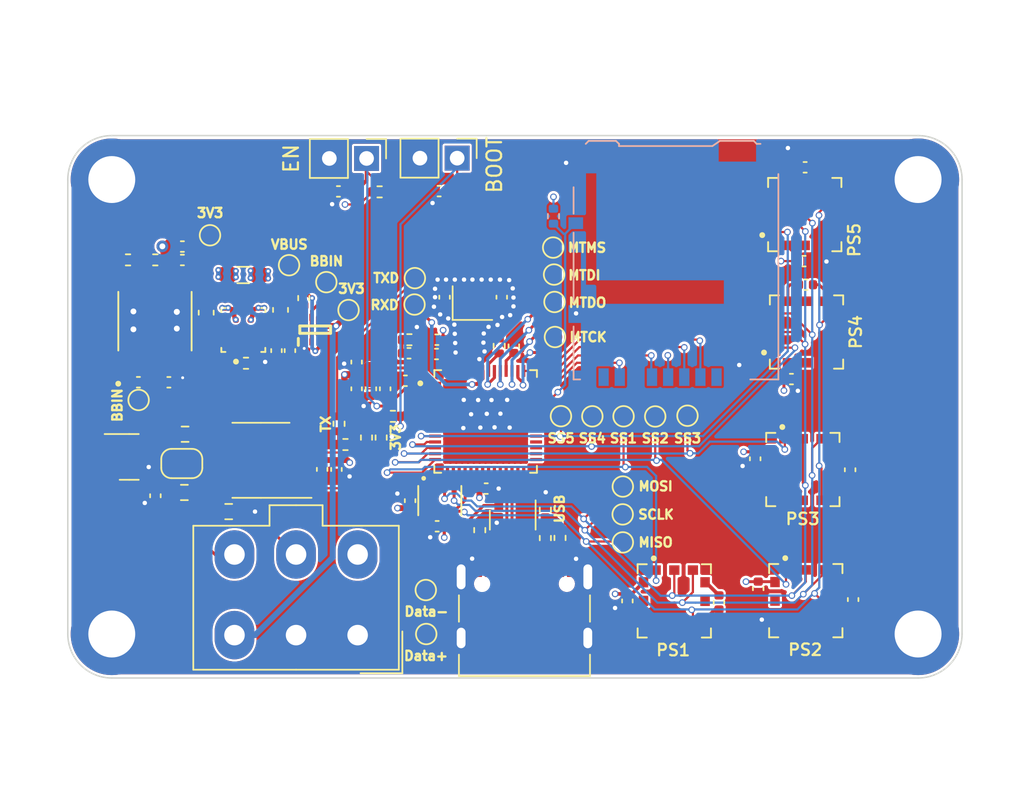
<source format=kicad_pcb>
(kicad_pcb (version 20221018) (generator pcbnew)
  (layers (0 "F.Cu" signal) (1 "In1.Cu" power) (2 "In2.Cu" power) (31 "B.Cu" signal) (34 "B.Paste" user) (35 "F.Paste" user) (36 "B.SilkS" user "B.Silkscreen") (37 "F.SilkS" user "F.Silkscreen") (38 "B.Mask" user) (39 "F.Mask" user) (44 "Edge.Cuts" user))
  (net 0 "")
  (net 1 "GND")
  (net 2 "VBUS")
  (net 3 "RBUS_uC_V")
  (net 4 "Net-(3V3LED1-A)")
  (net 5 "/Power/BBIN")
  (net 6 "/Power/BIAS")
  (net 7 "/Power/BBOUT")
  (net 8 "/Power/LX1")
  (net 9 "/Power/LX2")
  (net 10 "/Power/SEL")
  (net 11 "/Power/FBIn")
  (net 12 "/BOOT")
  (net 13 "/CHIP_PU")
  (net 14 "Net-(C6-Pad1)")
  (net 15 "Net-(C12-Pad1)")
  (net 16 "Net-(U1-LNA_IN{slash}RF)")
  (net 17 "Net-(U1-XTAL_N)")
  (net 18 "Net-(C14-Pad1)")
  (net 19 "Net-(JP1-B)")
  (net 20 "+3.3V")
  (net 21 "Net-(U6-VO+)")
  (net 22 "Net-(U6-VO-)")
  (net 23 "Net-(U7-VO+)")
  (net 24 "Net-(U7-VO-)")
  (net 25 "Net-(U8-VO+)")
  (net 26 "Net-(U8-VO-)")
  (net 27 "Net-(U10-VO+)")
  (net 28 "Net-(U10-VO-)")
  (net 29 "Net-(U9-VO+)")
  (net 30 "Net-(U9-VO-)")
  (net 31 "/CAN-")
  (net 32 "/CAN+")
  (net 33 "/Data-")
  (net 34 "/Data+")
  (net 35 "+12V")
  (net 36 "Net-(J2-CC1)")
  (net 38 "Net-(J2-CC2)")
  (net 41 "/SD1_CS")
  (net 42 "/VSPI_MOSI")
  (net 43 "/VSPI_SCLK")
  (net 44 "/VSPI_MISO")
  (net 46 "/SD1_DET")
  (net 47 "/CAN-BUS/Vref")
  (net 48 "Net-(U1-XTAL_P)")
  (net 49 "Net-(TXLED1-A)")
  (net 50 "/TXD")
  (net 51 "Net-(U1-U0TXD{slash}PROG{slash}GPIO43)")
  (net 52 "Net-(U2-Rs)")
  (net 53 "Net-(USBLED1-A)")
  (net 54 "Net-(U3-ST)")
  (net 55 "/SS1")
  (net 56 "/RXD")
  (net 57 "/SS2")
  (net 58 "/SS3")
  (net 59 "/SS4")
  (net 60 "/SS5")
  (net 61 "/SCLK")
  (net 62 "/MOSI")
  (net 63 "/MISO")
  (net 64 "/JTAG_MTCK")
  (net 65 "/JTAG_MTDO")
  (net 66 "/JTAG_MTDI")
  (net 67 "/JTAG_MTMS")
  (net 68 "/CAN_TX")
  (net 69 "/CAN_RX")
  (net 71 "/BARO_CS")
  (footprint "Resistor_SMD:R_0402_1005Metric" (layer "F.Cu") (at 77.575 46.545 -90)
    (fp_text reference "R12" hide)
    (fp_text value "5.1k")
  )
  (footprint "PressureSensor:XDCR_MPRLS0025PA00001A" (layer "F.Cu") (at 86.37 50.83)
    (fp_text reference "PS1")
    (fp_text value "MPRLS0025PA00001A")
  )
  (footprint "TestPoint:TestPoint_Pad_D1.0mm" (layer "F.Cu") (at 68.65 30.615)
    (fp_text reference "RXD")
    (fp_text value "TestPoint")
  )
  (footprint "Resistor_SMD:R_0402_1005Metric" (layer "F.Cu") (at 74.425 33.44 -90)
    (fp_text reference "R6" hide)
    (fp_text value "499")
  )
  (footprint "Resistor_SMD:R_0402_1005Metric" (layer "F.Cu") (at 49.107715 27.569 180)
    (fp_text reference "R17" hide)
    (fp_text value "10k")
  )
  (footprint "iclr:XDCR_DPS310" (layer "F.Cu") (at 70.375 43.99 90)
    (fp_text reference "U11" hide)
    (fp_text value "DPS310")
  )
  (footprint "Resistor_SMD:R_0402_1005Metric" (layer "F.Cu") (at 63.5 38.75 -90)
    (fp_text reference "TX")
    (fp_text value "TX_LED")
  )
  (footprint "Capacitor_SMD:C_0402_1005Metric" (layer "F.Cu") (at 70.195 45.74 180)
    (fp_text reference "C36" hide)
    (fp_text value "100nF")
  )
  (footprint "TestPoint:TestPoint_Pad_D1.0mm" (layer "F.Cu") (at 62.635 29.089 180)
    (fp_text reference "BBIN")
    (fp_text value "TestPoint")
  )
  (footprint "Resistor_SMD:R_0402_1005Metric" (layer "F.Cu") (at 67.175 38.24)
    (fp_text reference "R3" hide)
    (fp_text value "10K")
  )
  (footprint "Resistor_SMD:R_0402_1005Metric" (layer "F.Cu") (at 63.94 40.165 180)
    (fp_text reference "R2" hide)
    (fp_text value "470")
  )
  (footprint "TestPoint:TestPoint_Pad_D1.0mm" (layer "F.Cu") (at 82.85 44.93 180)
    (fp_text reference "SCLK")
    (fp_text value "TestPoint")
  )
  (footprint "iclr:QFN40P700X700X90-57N" (layer "F.Cu") (at 73.5 38.59)
    (fp_text reference "U1" hide)
    (fp_text value "ESP32-S3")
  )
  (footprint "Capacitor_SMD:C_0402_1005Metric" (layer "F.Cu") (at 70.7 30.115 90)
    (fp_text reference "C14" hide)
    (fp_text value "C")
  )
  (footprint "Capacitor_SMD:C_0402_1005Metric" (layer "F.Cu") (at 66.65 36.365 -90)
    (fp_text reference "C6" hide)
    (fp_text value "0.1uF")
  )
  (footprint "Capacitor_SMD:C_0402_1005Metric" (layer "F.Cu") (at 62.35 41.86 -90)
    (fp_text reference "C15" hide)
    (fp_text value "100nF")
  )
  (footprint "TestPoint:TestPoint_Pad_D1.0mm" (layer "F.Cu") (at 87.27 38.2)
    (fp_text reference "SS3")
    (fp_text value "TestPoint")
  )
  (footprint "PressureSensor:XDCR_MPRLS0025PA00001A" (layer "F.Cu") (at 95.39 32.49 90)
    (fp_text reference "PS4")
    (fp_text value "MPRLS0025PA00001A")
  )
  (footprint "Capacitor_SMD:C_0402_1005Metric" (layer "F.Cu") (at 74.6 30.115 -90)
    (fp_text reference "C13" hide)
    (fp_text value "C")
  )
  (footprint "Capacitor_SMD:C_0402_1005Metric" (layer "F.Cu") (at 63.325 41.865 -90)
    (fp_text reference "C16" hide)
    (fp_text value "10uF")
  )
  (footprint "Resistor_SMD:R_0402_1005Metric" (layer "F.Cu") (at 66.27 22.93)
    (fp_text reference "R1" hide)
    (fp_text value "10K")
  )
  (footprint "Capacitor_SMD:C_0402_1005Metric" (layer "F.Cu") (at 68.35 43.995 90)
    (fp_text reference "C37" hide)
    (fp_text value "100nF")
  )
  (footprint "Connector_PinHeader_2.54mm:PinHeader_1x02_P2.54mm_Vertical" (layer "F.Cu") (at 65.38 20.65 -90)
    (fp_text reference "EN")
    (fp_text value "Conn_01x02_Male")
  )
  (footprint "Capacitor_SMD:C_0402_1005Metric" (layer "F.Cu") (at 50.975 43.66 -90)
    (fp_text reference "C17" hide)
    (fp_text value "47nF")
  )
  (footprint "MountingHole:MountingHole_3.2mm_M3_DIN965_Pad" (layer "F.Cu") (at 103 53.09)
    (fp_text reference "H1" hide)
    (fp_text value "MountingHole_Pad")
  )
  (footprint "Crystal:Crystal_SMD_2016-4Pin_2.0x1.6mm" (layer "F.Cu") (at 72.6 30.515)
    (fp_text reference "Y1" hide)
    (fp_text value "40MHz±10ppm")
  )
  (footprint "Capacitor_SMD:C_0402_1005Metric" (layer "F.Cu") (at 95.295 21.255)
    (fp_text reference "C34" hide)
    (fp_text value "0.1n")
  )
  (footprint "Capacitor_SMD:C_0402_1005Metric" (layer "F.Cu") (at 94.36 35.7)
    (fp_text reference "C29" hide)
    (fp_text value "0.1n")
  )
  (footprint "Capacitor_SMD:C_0402_1005Metric" (layer "F.Cu") (at 51.895 35.919)
    (fp_text reference "C25" hide)
    (fp_text value "4.7uF")
  )
  (footprint "iclr:SOTFL50P160X60-8N" (layer "F.Cu") (at 61.875 32.327 90)
    (fp_text reference "U3" hide)
    (fp_text value "LM66200DRLR" hide)
  )
  (footprint "Capacitor_SMD:C_0402_1005Metric" (layer "F.Cu") (at 92.095 49.995 -90)
    (fp_text reference "C19" hide)
    (fp_text value "0.1n")
  )
  (footprint "Inductor_SMD:L_0402_1005Metric" (layer "F.Cu") (at 66.15 34.94)
    (fp_text reference "L1" hide)
    (fp_text value "2.0nH")
  )
  (footprint "TestPoint:TestPoint_Pad_D1.0mm" (layer "F.Cu") (at 85.07 38.25)
    (fp_text reference "SS2")
    (fp_text value "TestPoint")
  )
  (footprint "TestPoint:TestPoint_Pad_D1.0mm" (layer "F.Cu") (at 68.675 28.815)
    (fp_text reference "TXD")
    (fp_text value "TestPoint")
  )
  (footprint "Package_TO_SOT_SMD:SOT-143" (layer "F.Cu") (at 75.35 45.32 -90)
    (fp_text reference "D2" hide)
    (fp_text value "SP0503BAHT")
  )
  (footprint "Resistor_SMD:R_0603_1608Metric" (layer "F.Cu") (at 53 39.46)
    (fp_text reference "R10" hide)
    (fp_text value "60")
  )
  (footprint "Capacitor_SMD:C_0402_1005Metric" (layer "F.Cu") (at 89.42 50.935 -90)
    (fp_text reference "C33" hide)
    (fp_text value "0.1n")
  )
  (footprint "Capacitor_SMD:C_0402_1005Metric" (layer "F.Cu") (at 52.815 26.659 180)
    (fp_text reference "C27" hide)
    (fp_text value "0.1uF")
  )
  (footprint "Capacitor_SMD:C_0402_1005Metric" (layer "F.Cu") (at 95.3525 29.265)
    (fp_text reference "C35" hide)
    (fp_text value "0.1n")
  )
  (footprint "Capacitor_SMD:C_0402_1005Metric" (layer "F.Cu") (at 68.025 35.815 180)
    (fp_text reference "C2" hide)
    (fp_text value "1uF")
  )
  (footprint "PressureSensor:XDCR_MPRLS0025PA00001A" (layer "F.Cu") (at 95.14 41.87)
    (fp_text reference "PS3")
    (fp_text value "MPRLS0025PA00001A")
  )
  (footprint "Capacitor_SMD:C_0402_1005Metric" (layer "F.Cu") (at 75.425 33.44 90)
    (fp_text reference "C10" hide)
    (fp_text value "0.1uF")
  )
  (footprint "TestPoint:TestPoint_Pad_D1.0mm" (layer "F.Cu") (at 78.17 28.57 90)
    (fp_text reference "MTDI")
    (fp_text value "TestPoint")
  )
  (footprint "Capacitor_SMD:C_0603_1608Metric" (layer "F.Cu") (at 54.44 31.169 90)
    (fp_text reference "C23" hide)
    (fp_text value "22uF")
  )
  (footprint "Connector_USB:USB_C_Receptacle_Palconn_UTC16-G" (layer "F.Cu") (at 76.15 51.12)
    (fp_text reference "J2" hide)
    (fp_text value "USB_C_Receptacle_USB2.0")
  )
  (footprint "MountingHole:MountingHole_3.2mm_M3_DIN965_Pad" (layer "F.Cu") (at 48 53.09)
    (fp_text reference "H2" hide)
    (fp_text value "MountingHole_Pad")
  )
  (footprint "Resistor_SMD:R_0402_1005Metric" (layer "F.Cu") (at 65.375 39.69 -90)
    (fp_text reference "R4" hide)
    (fp_text value "470")
  )
  (footprint "Capacitor_SMD:C_0402_1005Metric" (layer "F.Cu") (at 64.7 36.365 -90)
    (fp_text reference "C1" hide)
    (fp_text value "10uF")
  )
  (footprint "MountingHole:MountingHole_3.2mm_M3_DIN965_Pad" (layer "F.Cu") (at 48 22.09)
    (fp_text reference "H3" hide)
    (fp_text value "MountingHole_Pad")
  )
  (footprint "Capacitor_SMD:C_0402_1005Metric" (layer "F.Cu") (at 63.46 22.9 180)
    (fp_text reference "C3" hide)
    (fp_text value "0.1uF")
  )
  (footprint "TestPoint:TestPoint_Pad_D1.0mm" (layer "F.Cu") (at 78.64 38.23)
    (fp_text reference "SS5")
    (fp_text value "TestPoint")
  )
  (footprint "Connector_PinHeader_2.54mm:PinHeader_1x02_P2.54mm_Vertical" (layer "F.Cu") (at 71.56 20.63 -90)
    (fp_text reference "BOOT")
    (fp_text value "Conn_01x02_Male")
  )
  (footprint "Resistor_SMD:R_0402_1005Metric" (layer "F.Cu") (at 61.095 30.177 -90)
    (fp_text reference "R14" hide)
    (fp_text value "10k")
  )
  (footprint "Package_TO_SOT_SMD:SOT-23" (layer "F.Cu") (at 49.1875 41.01)
    (fp_text reference "D1" hide)
    (fp_text value "SM712_SOT23")
  )
  (footprint "TestPoint:TestPoint_Pad_D1.0mm" (layer "F.Cu") (at 82.86 46.84 180)
    (fp_text reference "MISO")
    (fp_text value "TestPoint")
  )
  (footprint "Jumper:SolderJumper-2_P1.3mm_Open_RoundedPad1.0x1.5mm" (layer "F.Cu") (at 52.775 41.46 180)
    (fp_text reference "JP1" hide)
    (fp_text value "TermJP")
  )
  (footprint "Capacitor_SMD:C_0402_1005Metric" (layer "F.Cu") (at 60.155 33.759 -90)
    (fp_text reference "C20" hide)
    (fp_text value "10uF")
  )
  (footprint "TestPoint:TestPoint_Pad_D1.0mm" (layer "F.Cu") (at 82.86 43.03 90)
    (fp_text reference "MOSI")
    (fp_text value "TestPoint")
  )
  (footprint "Capacitor_SMD:C_0402_1005Metric" (layer "F.Cu") (at 70.15 33.99 180)
    (fp_text reference "C9" hide)
    (fp_text value "10nF")
  )
  (footprint "PressureSensor:XDCR_MPRLS0025PA00001A" (layer "F.Cu") (at 95.34 50.815)
    (fp_text reference "PS2")
    (fp_text value "MPRLS0025PA00001A")
  )
  (footprint "TestPoint:TestPoint_Pad_D1.0mm" (layer "F.Cu") (at 69.42 50.09)
    (fp_text reference "Data-")
    (fp_text value "TestPoint")
  )
  (footprint "Capacitor_SMD:C_0402_1005Metric" (layer "F.Cu") (at 73.54 43.17)
    (fp_text reference "C11" hide)
    (fp_text value "0.1uF")
  )
  (footprint "TestPoint:TestPoint_Pad_D1.0mm" (layer "F.Cu") (at 69.45 53.09 180)
    (fp_text reference "Data+")
    (fp_text value "TestPoint")
  )
  (footprint "Capacitor_SMD:C_0402_1005Metric" (layer "F.Cu") (at 65.675 36.365 -90)
    (fp_text reference "C5" hide)
    (fp_text value "0.1uF")
  )
  (footprint "Resistor_SMD:R_0402_1005Metric" (layer "F.Cu") (at 50.967715 27.569 180)
    (fp_text reference "R16" hide)
    (fp_text value "56k")
  )
  (footprint "Resistor_SMD:R_0402_1005Metric" (layer "F.Cu") (at 57.155 34.619)
    (fp_text reference "R15" hide)
    (fp_text value "14k")
  )
  (footprint "MountingHole:MountingHole_3.2mm_M3_DIN965_Pad" (layer "F.Cu") (at 103 22.09)
    (fp_text reference "H4" hide)
    (fp_text value "MountingHole_Pad")
  )
  (footprint "Connector_Molex:Molex_Mini-Fit_Jr_5566-06A_2x03_P4.20mm_Vertical" (layer "F.Cu") (at 64.77 53.165 180)
    (fp_text reference "J1" hide)
    (fp_text value "RBUS")
  )
  (footprint "Capacitor_SMD:C_0402_1005Metric" (layer "F.Cu") (at 49.815492 35.915186 180)
    (fp_text reference "C24" hide)
    (fp_text value "10uF")
  )
  (footprint "Resistor_SMD:R_0402_1005Metric" (layer "F.Cu") (at 73.1 46.005 90)
    (fp_text reference "R11" hide)
    (fp_text value "5.1k")
  )
  (footprint "Resistor_SMD:R_0402_1005Metric" (layer "F.Cu") (at 66.375 39.69 90)
    (fp_text reference "3V3")
    (fp_text value "3V3LED")
  )
  (footprint "Resistor_SMD:R_0603_1608Metric" (layer "F.Cu") (at 52.95 43.435 180)
    (fp_text reference "R9" hide)
    (fp_text value "60")
  )
  (footprint "TestPoint:TestPoint_Pad_D1.0mm" (layer "F.Cu") (at 78.2 30.44 180)
    (fp_text reference "MTDO")
    (fp_text value "TestPoint")
  )
  (footprint "TestPoint:TestPoint_Pad_D1.0mm" (layer "F.Cu") (at 54.7 25.89 180)
    (fp_text reference "3V3")
    (fp_text value "TestPoint")
  )
  (footprint "TestPoint:TestPoint_Pad_D1.0mm" (layer "F.Cu") (at 80.78 38.24)
    (fp_text reference "SS4")
    (fp_text value "TestPoint")
  )
  (footprint "iclr:SOIC127P599X175-9N" (layer "F.Cu") (at 50.945492 31.750186 90)
    (fp_text reference "U5" hide)
    (fp_text value "SC4215")
  )
  (footprint "Resistor_SMD:R_0402_1005Metric" (layer "F.Cu") (at 77.575 44.615 -90)
    (fp_text reference "USB")
    (fp_text value "USB_LED")
  )
  (footprint "Capacitor_SMD:C_0402_1005Metric" (layer "F.Cu") (at 52.815 27.579 180)
    (fp_text reference "C26" hide)
    (fp_text value "10uF")
  )
  (footprint "TestPoint:TestPoint_Pad_D1.0mm" (layer "F.Cu") (at 49.830492 37.125981 180)
    (fp_text reference "BBIN")
    (fp_text value "TestPoint")
  )
  (footprint "Capacitor_SMD:C_0402_1005Metric" (layer "F.Cu") (at 83.17 50.835 -90)
    (fp_text reference "C28" hide)
    (fp_text value "0.1n")
  )
  (footprint "Capacitor_SMD:C_0402_1005Metric" (layer "F.Cu") (at 68.275 33.94)
    (fp_text reference "C12" hide)
    (fp_text value "4.2pF")
  )
  (footprint "iclr:CONV_MAX77827AEFD+T" (layer "F.Cu") (at 56.972074 32.349 90)
    (fp_text reference "U4" hide)
    (fp_text value "MAX77827AEFD+T")
  )
  (footprint "Capacitor_SMD:C_0402_1005Metric" (layer "F.Cu") (at 64.7 34.54 90)
    (fp_text reference "C4" hide)
    (fp_text value "1uF")
  )
  (footprint "PressureSensor:XDCR_MPRLS0025PA00001A" (layer "F.Cu") (at 95.27 24.48 90)
    (fp_text reference "PS5")
    (fp_text value "MPRLS0025PA00001A")
  )
  (footprint "TestPoint:TestPoint_Pad_D1.0mm" (layer "F.Cu") (at 60.093 27.932)
    (fp_text reference "VBUS")
    (fp_text value "TestPoint")
  )
  (footprint "Package_SO:SOIC-8_3.9x4.9mm_P1.27mm" (layer "F.Cu") (at 58.175 41.24 180)
    (fp_text reference "U2" hide)
    (fp_text value "SN65HVD230")
  )
  (footprint "Capacitor_SMD:C_0402_1005Metric" (layer "F.Cu") (at 98.365 41.8875 -90)
    (fp_text reference "C31" hide)
    (fp_text value "0.1n")
  )
  (footprint "Inductor_SMD:L_0402_1005Metric" (layer "F.Cu") (at 72.2 32.865 90)
    (fp_text reference "L2" hide)
    (fp_text value "20nH")
  )
  (footprint "Resistor_SMD:R_0603_1608Metric" (layer "F.Cu") (at 55.975 44.74)
    (fp_text reference "R8" hide)
    (fp_text value "0")
  )
  (footprint "Capacitor_SMD:C_0402_1005Metric" (layer "F.Cu") (at 91.89 41.1375 -90)
    (fp_text reference "C18" hide)
    (fp_text value "0.1n")
  )
  (footprint "Resistor_SMD:R_0402_1005Metric" (layer "F.Cu") (at 78.575 46.535 90)
    (fp_text reference "R13" hide)
    (fp_text value "470")
  )
  (footprint "Capacitor_SMD:C_0402_1005Metric" (layer "F.Cu") (at 95.22 27.655)
    (fp_text reference "C30" hide)
    (fp_text value "0.1n")
  )
  (footprint "Capacitor_SMD:C_0603_1608Metric" (layer "F.Cu") (at 59.510623 30.981144 90)
    (fp_text reference "C21" hide)
    (fp_text value "10uF")
  )
  (footprint "Capacitor_SMD:C_0402_1005Metric" (layer "F.Cu") (at 98.57 50.74 -90)
    (fp_text reference "C32" hide)
    (fp_text value "0.1n")
  )
  (footprint "Capacitor_SMD:C_0402_1005Metric" (layer "F.Cu") (at 70.33 22.88 180)
    (fp_text reference "C8" hide)
    (fp_text value "0.1uF")
  )
  (footprint "Capacitor_SMD:C_0402_1005Metric" (layer "F.Cu") (at 59.235 33.759 -90)
    (fp_text reference "C22" hide)
    (fp_text value "1uF")
  )
  (footprint "Inductor_SMD:L_0805_2012Metric" (layer "F.Cu") (at 56.967434 28.601039 180)
    (fp_text reference "L3" hide)
    (fp_text value "1uH")
  )
  (footprint "Capacitor_SMD:C_0402_1005Metric" (layer "F.Cu") (at 70.175 33.015 180)
    (fp_text reference "C7" hide)
    (fp_text value "1uF")
  )
  (footprint "TestPoint:TestPoint_Pad_D1.0mm" (layer "F.Cu") (at 78.23 32.83 180)
    (fp_text reference "MTCK")
    (fp_text value "TestPoint")
  )
  (footprint "TestPoint:TestPoint_Pad_D1.0mm" (layer "F.Cu") (at 78.11 26.73 90)
    (fp_text reference "MTMS")
    (fp_text value "TestPoint")
  )
  (footprint "TestPoint:TestPoint_Pad_D1.0mm" (layer "F.Cu") (at 82.91 38.24)
    (fp_text reference "SS1")
    (fp_text value "TestPoint")
  )
  (footprint "Resistor_SMD:R_0402_1005Metric" (layer "F.Cu") (at 68.3 33.015 180)
    (fp_text reference "R5" hide)
    (fp_text value "47.5")
  )
  (footprint "TestPoint:TestPoint_Pad_D1.0mm" (layer "F.Cu") (at 64.15 30.99)
    (fp_text reference "3V3")
    (fp_text value "TestPoint")
  )
  (footprint "Connector_Card:microSD_HC_Hirose_DM3AT-SF-PEJM5" (layer "B.Cu") (at 86.475 27.84)
    (fp_text reference "J3" hide)
    (fp_text value "Micro_SD_Card_Det")
  )
  (footprint "Resistor_SMD:R_0402_1005Metric" (layer "B.Cu") (at 78.13 24.59 -90)
    (fp_text reference "R18" hide)
    (fp_text value "10k")
  )
  (gr_arc (start 103 19.09) (mid 105.12132 19.96868) (end 106 22.09) (stroke (width 0.1)) (layer "Edge.Cuts"))
  (gr_arc (start 106 53.09) (mid 105.12132 55.21132) (end 103 56.09) (stroke (width 0.1)) (layer "Edge.Cuts"))
  (gr_line (start 106 53.09) (end 106 22.09) (stroke (width 0.1)) (layer "Edge.Cuts"))
  (gr_line (start 45 22.09) (end 45 53.09) (stroke (width 0.1)) (layer "Edge.Cuts"))
  (gr_line (start 48 56.09) (end 103 56.09) (stroke (width 0.1)) (layer "Edge.Cuts"))
  (gr_arc (start 45 22.09) (mid 45.87868 19.96868) (end 48 19.09) (stroke (width 0.1)) (layer "Edge.Cuts"))
  (gr_line (start 103 19.09) (end 48 19.09) (stroke (width 0.1)) (layer "Edge.Cuts"))
  (gr_arc (start 48 56.09) (mid 45.87868 55.21132) (end 45 53.09) (stroke (width 0.1)) (layer "Edge.Cuts"))
  (segment (start 69.85 22.88) (end 69.02 22.05) (width 0.15) (layer "F.Cu") (net 1))
  (segment (start 77.36 44.32) (end 77.575 44.105) (width 0.15) (layer "F.Cu") (net 1))
  (segment (start 65.18 37.34) (end 65.675 36.845) (width 0.15) (layer "F.Cu") (net 1))
  (segment (start 61.115 42.34) (end 60.65 41.875) (width 0.15) (layer "F.Cu") (net 1))
  (segment (start 69.695 33.965) (end 69.67 33.99) (width 0.15) (layer "F.Cu") (net 1))
  (segment (start 74.39 43.17) (end 74.02 43.17) (width 0.15) (layer "F.Cu") (net 1))
  (segment (start 56.974295 31.24961) (end 56.974295 30.117835) (width 0.36) (layer "F.Cu") (net 1))
  (segment (start 64.22 42.34) (end 61.115 42.34) (width 0.15) (layer "F.Cu") (net 1))
  (segment (start 69.02 22.05) (end 69.02 20.63) (width 0.15) (layer "F.Cu") (net 1))
  (segment (start 76.1 44.56) (end 77.575 46.035) (width 0.15) (layer "F.Cu") (net 1))
  (segment (start 66.54 40.2) (end 66.375 40.2) (width 0.1) (layer "F.Cu") (net 1))
  (segment (start 69.695 33.015) (end 69.695 33.965) (width 0.15) (layer "F.Cu") (net 1))
  (segment (start 66.65 36.845) (end 66.655 36.845) (width 0.15) (layer "F.Cu") (net 1))
  (segment (start 77.57 44.1) (end 77.575 44.105) (width 0.15) (layer "F.Cu") (net 1))
  (segment (start 68.83 32.15) (end 69.695 33.015) (width 0.15) (layer "F.Cu") (net 1))
  (segment (start 63.85 34.65) (end 64.11 34.65) (width 0.15) (layer "F.Cu") (net 1))
  (segment (start 69.72 46.49) (end 69.72 45.745) (width 0.15) (layer "F.Cu") (net 1))
  (segment (start 63 22.88) (end 63 20.81) (width 0.25) (layer "F.Cu") (net 1))
  (segment (start 54.444 29.928) (end 54.427 29.945) (width 1) (layer "F.Cu") (net 1))
  (segment (start 59.562463 29.928) (end 54.444 29.928) (width 1) (layer "F.Cu") (net 1))
  (segment (start 96.515 34.59) (end 96.66 34.59) (width 0.15) (layer "F.Cu") (net 1))
  (segment (start 63 20.81) (end 62.84 20.65) (width 0.25) (layer "F.Cu") (net 1))
  (segment (start 68.81 32.15) (end 68.83 32.15) (width 0.15) (layer "F.Cu") (net 1))
  (segment (start 65.18 37.325) (end 64.7 36.845) (width 0.15) (layer "F.Cu") (net 1))
  (segment (start 69.72 45.745) (end 69.715 45.74) (width 0.15) (layer "F.Cu") (net 1))
  (segment (start 64.11 34.65) (end 64.7 34.06) (width 0.15) (layer "F.Cu") (net 1))
  (segment (start 56.972074 30.117225) (end 56.980299 30.109) (width 0.25) (layer "F.Cu") (net 1))
  (segment (start 61.125 33.165) (end 61.125 33.609) (width 0.25) (layer "F.Cu") (net 1))
  (segment (start 66.655 36.845) (end 67.545 35.955) (width 0.15) (layer "F.Cu") (net 1))
  (segment (start 67.545 35.955) (end 67.545 35.815) (width 0.15) (layer "F.Cu") (net 1))
  (segment (start 65.18 37.54) (end 65.18 37.325) (width 0.15) (layer "F.Cu") (net 1))
  (segment (start 62.98 22.9) (end 63 22.88) (width 0.25) (layer "F.Cu") (net 1))
  (segment (start 95.725 27.68) (end 95.7 27.655) (width 0.15) (layer "F.Cu") (net 1))
  (segment (start 67.1 39.64) (end 66.54 40.2) (width 0.1) (layer "F.Cu") (net 1))
  (segment (start 76.1 44.32) (end 76.1 44.56) (width 0.15) (layer "F.Cu") (net 1))
  (segment (start 68.345 43.51) (end 68.35 43.515) (width 0.15) (layer "F.Cu") (net 1))
  (segment (start 74.255 45.495) (end 74.26 45.5) (width 0.15) (layer "F.Cu") (net 1))
  (segment (start 68.81 32.15) (end 68.81 33.015) (width 0.15) (layer "F.Cu") (net 1))
  (segment (start 65.18 37.54) (end 65.18 37.34) (width 0.15) (layer "F.Cu") (net 1))
  (via (at 72.6 28.915) (size 0.45) (drill 0.3) (layers "F.Cu" "B.Cu") (net 1))
  (via (at 82.33 51.315) (size 0.45) (drill 0.3) (layers "F.Cu" "B.Cu") (net 1))
  (via (at 58.463 34.53) (size 0.6) (drill 0.3) (layers "F.Cu" "B.Cu") (net 1))
  (via (at 73.425 33.815) (size 0.45) (drill 0.3) (layers "F.Cu" "B.Cu") (net 1))
  (via (at 96.75 27.68) (size 0.45) (drill 0.3) (layers "F.Cu" "B.Cu") (net 1))
  (via (at 69.72 46.49) (size 0.45) (drill 0.3) (layers "F.Cu" "B.Cu") (net 1))
  (via (at 75.35 29.515) (size 0.45) (drill 0.3) (layers "F.Cu" "B.Cu") (net 1))
  (via (at 63.85 34.65) (size 0.45) (drill 0.3) (layers "F.Cu" "B.Cu") (net 1))
  (via (at 73.375 32.59) (size 0.45) (drill 0.3) (layers "F.Cu" "B.Cu") (net 1))
  (via (at 71.425 33.24) (size 0.45) (drill 0.3) (layers "F.Cu" "B.Cu") (net 1))
  (via (at 52.835 35.609) (size 0.4) (drill 0.2) (layers "F.Cu" "B.Cu") (net 1))
  (via (at 71.98 39.04) (size 0.45) (drill 0.3) (layers "F.Cu" "B.Cu") (net 1))
  (via (at 73.85 28.915) (size 0.45) (drill 0.3) (layers "F.Cu" "B.Cu") (net 1))
  (via (at 90.8 34.74) (size 0.45) (drill 0.3) (layers "F.Cu" "B.Cu") (net 1))
  (via (at 52.435492 31.115186) (size 0.8) (drill 0.4) (layers "F.Cu" "B.Cu") (net 1))
  (via (at 50.25 44.15) (size 0.45) (drill 0.3) (layers "F.Cu" "B.Cu") (net 1))
  (via (at 94.8 36.5) (size 0.45) (drill 0.3) (layers "F.Cu" "B.Cu") (net 1))
  (via (at 92.34 52.11) (size 0.45) (drill 0.3) (layers "F.Cu" "B.Cu") (net 1))
  (via (at 75.175 31.34) (size 0.45) (drill 0.3) (layers "F.Cu" "B.Cu") (net 1))
  (via (at 70.95 31.565) (size 0.45) (drill 0.3) (layers "F.Cu" "B.Cu") (net 1))
  (via (at 71.396461 32.612145) (size 0.45) (drill 0.3) (layers "F.Cu" "B.Cu") (net 1))
  (via (at 72.58 47.95) (size 0.45) (drill 0.3) (layers "F.Cu" "B.Cu") (net 1))
  (via (at 70.05 30.115) (size 0.45) (drill 0.3) (layers "F.Cu" "B.Cu") (net 1))
  (via (at 49.475492 31.085186) (size 0.8) (drill 0.4) (layers "F.Cu" "B.Cu") (net 1))
  (via (at 91.03 41.63) (size 0.45) (drill 0.3) (layers "F.Cu" "B.Cu") (net 1))
  (via (at 64.22 42.34) (size 0.45) (drill 0.3) (layers "F.Cu" "B.Cu") (net 1))
  (via (at 73.58 38.07) (size 0.45) (drill 0.3) (layers "F.Cu" "B.Cu") (net 1))
  (via (at 75.14 39.01) (size 0.45) (drill 0.3) (layers "F.Cu" "B.Cu") (net 1))
  (via (at 70.225 28.915) (size 0.45) (drill 0.3) (layers "F.Cu" "B.Cu") (net 1))
  (via (at 73.7 32.14) (size 0.45) (drill 0.3) (layers "F.Cu" "B.Cu") (net 1))
  (via (at 67.48 43.51) (size 0.45) (drill 0.3) (layers "F.Cu" "B.Cu") (net 1))
  (via (at 72.99 37.13) (size 0.45) (drill 0.3) (layers "F.Cu" "B.Cu") (net 1))
  (via (at 75.4 30.74) (size 0.45) (drill 0.3) (layers "F.Cu" "B.Cu") (net 1))
  (via (at 67.1 39.64) (size 0.45) (drill 0.3) (layers "F.Cu" "B.Cu") (net 1))
  (via (at 71.367922 31.984291) (size 0.45) (drill 0.3) (layers "F.Cu" "B.Cu") (net 1))
  (via (at 50.52 41.7) (size 0.45) (drill 0.3) (layers "F.Cu" "B.Cu") (net 1))
  (via (at 69.88 23.69) (size 0.45) (drill 0.3) (layers "F.Cu" "B.Cu") (net 1))
  (via (at 49.475492 32.305186) (size 0.8) (drill 0.4) (layers "F.Cu" "B.Cu") (net 1))
  (via (at 72.01 37.12) (size 0.45) (drill 0.3) (layers "F.Cu" "B.Cu") (net 1))
  (via (at 70.05 29.54) (size 0.45) (drill 0.3) (layers "F.Cu" "B.Cu") (net 1))
  (via (at 75.106124 28.948278) (size 0.45) (drill 0.3) (layers "F.Cu" "B.Cu") (net 1))
  (via (at 73.35 33.215) (size 0.45) (drill 0.3) (layers "F.Cu" "B.Cu") (net 1))
  (via (at 74.51 38.06) (size 0.45) (drill 0.3) (layers "F.Cu" "B.Cu") (net 1))
  (via (at 72.51 38.1) (size 0.45) (drill 0.3) (layers "F.Cu" "B.Cu") (net 1))
  (via (at 52.435492 31.115186) (size 0.8) (drill 0.4) (layers "F.Cu" "B.Cu") (net 1))
  (via (at 74.97 37.12) (size 0.45) (drill 0.3) (layers "F.Cu" "B.Cu") (net 1))
  (via (at 71.45 33.89) (size 0.45) (drill 0.3) (layers "F.Cu" "B.Cu") (net 1))
  (via (at 73.075 34.34) (size 0.45) (drill 0.3) (layers "F.Cu" "B.Cu") (net 1))
  (via (at 68.81 32.15) (size 0.45) (drill 0.3) (layers "F.Cu" "B.Cu") (net 1))
  (via (at 70.4 31.29) (size 0.45) (drill 0.3) (layers "F.Cu" "B.Cu") (net 1))
  (via (at 71.4 28.915) (size 0.45) (drill 0.3) (layers "F.Cu" "B.Cu") (net 1))
  (via (at 78.99 20.95) (size 0.45) (drill 0.3) (layers "F.Cu" "B.Cu") (net 1))
  (via (at 74.478503 28.915) (size 0.45) (drill 0.3) (layers "F.Cu" "B.Cu") (net 1))
  (via (at 69.975 30.765) (size 0.45) (drill 0.3) (layers "F.Cu" "B.Cu") (net 1))
  (via (at 65.18 37.54) (size 0.45) (drill 0.3) (layers "F.Cu" "B.Cu") (net 1))
  (via (at 73.9 37.13) (size 0.45) (drill 0.3) (layers "F.Cu" "B.Cu") (net 1))
  (via (at 61.125 33.609) (size 0.4) (drill 0.2) (layers "F.Cu" "B.Cu") (net 1))
  (via (at 70.8 28.915) (size 0.45) (drill 0.3) (layers "F.Cu" "B.Cu") (net 1))
  (via (at 94.12 19.94) (size 0.45) (drill 0.3) (layers "F.Cu" "B.Cu") (net 1))
  (via (at 77.6 43.42) (size 0.45) (drill 0.3) (layers "F.Cu" "B.Cu") (net 1))
  (via (at 74.39 43.17) (size 0.45) (drill 0.3) (layers "F.Cu" "B.Cu") (net 1))
  (via (at 74.26 45.5) (size 0.45) (drill 0.3) (layers "F.Cu" "B.Cu") (net 1))
  (via (at 75.4 30.14) (size 0.45) (drill 0.3) (layers "F.Cu" "B.Cu") (net 1))
  (via (at 74.625 31.465) (size 0.45) (drill 0.3) (layers "F.Cu" "B.Cu") (net 1))
  (via (at 79.67 47.96) (size 0.45) (drill 0.3) (layers "F.Cu" "B.Cu") (net 1))
  (via (at 52.435492 32.255186) (size 0.8) (drill 0.4) (layers "F.Cu" "B.Cu") (net 1))
  (via (at 74.11 38.99) (size 0.45) (drill 0.3) (layers "F.Cu" "B.Cu") (net 1))
  (via (at 74.310097 32.008923) (size 0.45) (drill 0.3) (layers "F.Cu" "B.Cu") (net 1))
  (via (at 73.14 39.01) (size 0.45) (drill 0.3) (layers "F.Cu" "B.Cu") (net 1))
  (via (at 57.77 44.74) (size 0.45) (drill 0.3) (layers "F.Cu" "B.Cu") (net 1))
  (via (at 79.67 31.22) (size 0.45) (drill 0.3) (layers "F.Cu" "B.Cu") (net 1))
  (via (at 63.03 23.77) (size 0.45) (drill 0.3) (layers "F.Cu" "B.Cu") (net 1))
  (via (at 73.228503 28.915) (size 0.45) (drill 0.3) (layers "F.Cu" "B.Cu") (net 1))
  (via (at 72.028503 28.915) (size 0.45) (drill 0.3) (layers "F.Cu" "B.Cu") (net 1))
  (segment (start 72.45 46.87) (end 72.45 45.245) (width 0.2) (layer "F.Cu") (net 2))
  (segment (start 73.75 48.61) (end 73.75 48.17) (width 0.2) (layer "F.Cu") (net 2))
  (segment (start 61.607 30.179) (end 61.095 29.667) (width 0.25) (layer "F.Cu") (net 2))
  (segment (start 78.55 47.07) (end 78.575 47.045) (width 0.2) (layer "F.Cu") (net 2))
  (segment (start 72.45 45.245) (end 73.375 44.32) (width 0.2) (layer "F.Cu") (net 2))
  (segment (start 73.375 44.32) (end 74.4 44.32) (width 0.2) (layer "F.Cu") (net 2))
  (segment (start 60.093 28.665) (end 61.095 29.667) (width 0.2) (layer "F.Cu") (net 2))
  (segment (start 61.665 30.179) (end 61.607 30.179) (width 0.25) (layer "F.Cu") (net 2))
  (segment (start 60.093 27.932) (end 60.093 28.665) (width 0.2) (layer "F.Cu") (net 2))
  (segment (start 61.095 29.667) (end 61.037 29.667) (width 0.25) (layer "F.Cu") (net 2))
  (segment (start 73.75 48.17) (end 72.45 46.87) (width 0.2) (layer "F.Cu") (net 2))
  (segment (start 62.125 33.165) (end 62.125 33.552083) (width 0.25) (layer "F.Cu") (net 2))
  (segment (start 78.55 48.61) (end 78.55 47.07) (width 0.2) (layer "F.Cu") (net 2))
  (segment (start 62.125 33.552083) (end 61.882916 33.794167) (width 0.25) (layer "F.Cu") (net 2))
  (via (at 61.882916 33.794167) (size 0.4) (drill 0.2) (layers "F.Cu" "B.Cu") (net 2))
  (via (at 61.665 30.179) (size 0.4) (drill 0.2) (layers "F.Cu" "B.Cu") (net 2))
  (segment (start 61.665 33.576251) (end 61.882916 33.794167) (width 0.25) (layer "B.Cu") (net 2))
  (segment (start 61.665 30.179) (end 61.665 33.576251) (width 0.25) (layer "B.Cu") (net 2))
  (segment (start 56.345 53.14) (end 56.37 53.165) (width 0.15) (layer "F.Cu") (net 3))
  (segment (start 64.15 30.99) (end 64.15 31.2265) (width 0.4) (layer "F.Cu") (net 3))
  (segment (start 64.15 31.2265) (end 63.3 32.0765) (width 0.4) (layer "F.Cu") (net 3))
  (segment (start 63.3 32.0765) (end 62.125 32.0765) (width 0.4) (layer "F.Cu") (net 3))
  (segment (start 62.125 32.0765) (end 62.125 31.489) (width 0.4) (layer "F.Cu") (net 3))
  (via (at 63.3 32.0765) (size 0.45) (drill 0.3) (layers "F.Cu" "B.Cu") (net 3))
  (segment (start 57.774163 53.165) (end 56.37 53.165) (width 0.4) (layer "B.Cu") (net 3))
  (segment (start 63.3 32.0765) (end 63.07 32.3065) (width 0.4) (layer "B.Cu") (net 3))
  (segment (start 63.07 32.3065) (end 63.07 47.869163) (width 0.4) (layer "B.Cu") (net 3))
  (segment (start 63.07 47.869163) (end 57.774163 53.165) (width 0.4) (layer "B.Cu") (net 3))
  (segment (start 65.375 39.18) (end 66.375 39.18) (width 0.25) (layer "F.Cu") (net 4))
  (segment (start 57.472074 33.649) (end 57.472074 32.581627) (width 0.2) (layer "F.Cu") (net 5))
  (segment (start 61.625 31.0515) (end 61.625 31.489) (width 0.2) (layer "F.Cu") (net 5))
  (segment (start 62.685 29.9915) (end 61.625 31.0515) (width 0.2) (layer "F.Cu") (net 5))
  (segment (start 62.685 29.214) (end 62.685 29.9915) (width 0.2) (layer "F.Cu") (net 5))
  (segment (start 57.585 32.309) (end 57.632868 32.261132) (width 0.2) (layer "F.Cu") (net 5))
  (segment (start 61.625 33.165) (end 61.625 31.489) (width 0.25) (layer "F.Cu") (net 5))
  (arc (start 57.632868 32.261132) (mid 57.867837 32.104131) (end 58.145 32.049) (width 0.2) (layer "F.Cu") (net 5))
  (arc (start 57.472074 32.581627) (mid 57.501423 32.434082) (end 57.585 32.309) (width 0.2) (layer "F.Cu") (net 5))
  (segment (start 59.235 33.279) (end 59.235 33.185236) (width 0.25) (layer "F.Cu") (net 6))
  (segment (start 59.253118 33.167118) (end 58.676882 32.590882) (width 0.31) (layer "F.Cu") (net 6))
  (segment (start 58.676882 32.590882) (end 58.190192 32.590882) (width 0.31) (layer "F.Cu") (net 6))
  (segment (start 59.235 33.185236) (end 59.253118 33.167118) (width 0.25) (layer "F.Cu") (net 6))
  (segment (start 52.963604 37.194) (end 52.08135 37.194) (width 1.1) (layer "F.Cu") (net 7))
  (segment (start 49.868 37.157) (end 49.868 37.14465) (width 0.2) (layer "F.Cu") (net 7))
  (segment (start 54.44 31.944) (end 54.44 35.802457) (width 1.1) (layer "F.Cu") (net 7))
  (segment (start 49.868 37.14465) (end 50.95 36.06265) (width 0.2) (layer "F.Cu") (net 7))
  (segment (start 50.95 36.06265) (end 50.95 33.769) (width 1.1) (layer "F.Cu") (net 7))
  (segment (start 50.310492 34.220186) (end 51.580492 34.220186) (width 0.25) (layer "F.Cu") (net 7))
  (arc (start 52.08135 37.194) (mid 51.281365 36.862635) (end 50.95 36.06265) (width 1.1) (layer "F.Cu") (net 7))
  (arc (start 54.44 35.802457) (mid 54.338642 36.312016) (end 54.05 36.744) (width 1.1) (layer "F.Cu") (net 7))
  (arc (start 54.05 36.744) (mid 53.551558 37.077049) (end 52.963604 37.194) (width 1.1) (layer "F.Cu") (net 7))
  (via (at 58.402525 30.838404) (size 0.4) (drill 0.2) (layers "F.Cu" "B.Cu") (net 8))
  (via (at 57.471 28.804) (size 0.4) (drill 0.2) (layers "F.Cu" "B.Cu") (net 8))
  (via (at 58.002 30.837) (size 0.4) (drill 0.2) (layers "F.Cu" "B.Cu") (net 8))
  (via (at 58.667 28.833) (size 0.4) (drill 0.2) (layers "F.Cu" "B.Cu") (net 8))
  (via (at 57.469 28.306) (size 0.4) (drill 0.2) (layers "F.Cu" "B.Cu") (net 8))
  (via (at 57.488186 31.653722) (size 0.4) (drill 0.2) (layers "F.Cu" "B.Cu") (net 8))
  (via (at 58.668 28.338) (size 0.4) (drill 0.2) (layers "F.Cu" "B.Cu") (net 8))
  (via (at 56.461 28.323) (size 0.4) (drill 0.2) (layers "F.Cu" "B.Cu") (net 9))
  (via (at 56.455222 31.645483) (size 0.4) (drill 0.2) (layers "F.Cu" "B.Cu") (net 9))
  (via (at 55.935 30.839) (size 0.4) (drill 0.2) (layers "F.Cu" "B.Cu") (net 9))
  (via (at 55.267434 28.259) (size 0.4) (drill 0.2) (layers "F.Cu" "B.Cu") (net 9))
  (via (at 55.268 28.732) (size 0.4) (drill 0.2) (layers "F.Cu" "B.Cu") (net 9))
  (via (at 56.462 28.753) (size 0.4) (drill 0.2) (layers "F.Cu" "B.Cu") (net 9))
  (via (at 55.537 30.837) (size 0.4) (drill 0.2) (layers "F.Cu" "B.Cu") (net 9))
  (segment (start 56.472074 33.649) (end 56.472074 34.20152) (width 0.2) (layer "F.Cu") (net 10))
  (arc (start 56.472074 34.20152) (mid 56.517016 34.427459) (end 56.645 34.619) (width 0.2) (layer "F.Cu") (net 10))
  (segment (start 50.457715 27.569) (end 49.617715 27.569) (width 0.5) (layer "F.Cu") (net 11))
  (segment (start 50.310492 27.716223) (end 50.457715 27.569) (width 0.25) (layer "F.Cu") (net 11))
  (segment (start 50.310492 29.280186) (end 50.310492 27.716223) (width 0.5) (layer "F.Cu") (net 11))
  (segment (start 67.685 38.906) (end 67.694 38.915) (width 0.2) (layer "F.Cu") (net 12))
  (segment (start 70.055 37.59) (end 70.03 37.565) (width 0.2) (layer "F.Cu") (net 12))
  (segment (start 71.56 22.13) (end 71.56 20.63) (width 0.15) (layer "F.Cu") (net 12))
  (segment (start 70.055 37.595) (end 68.33 37.595) (width 0.2) (layer "F.Cu") (net 12))
  (segment (start 67.685 38.24) (end 67.685 38.906) (width 0.2) (layer "F.Cu") (net 12))
  (segment (start 70.055 37.59) (end 70.015 37.55) (width 0.2) (layer "F.Cu") (net 12))
  (segment (start 70.81 22.88) (end 71.56 22.13) (width 0.15) (layer "F.Cu") (net 12))
  (segment (start 68.33 37.595) (end 67.685 38.24) (width 0.2) (layer "F.Cu") (net 12))
  (via (at 67.694 38.915) (size 0.45) (drill 0.3) (layers "F.Cu" "B.Cu") (net 12))
  (segment (start 67.694 25.146) (end 71.56 21.28) (width 0.15) (layer "B.Cu") (net 12))
  (segment (start 67.694 38.915) (end 67.694 25.146) (width 0.15) (layer "B.Cu") (net 12))
  (segment (start 71.56 21.28) (end 71.56 20.63) (width 0.15) (layer "B.Cu") (net 12))
  (segment (start 65.38 22.150172) (end 64.630172 22.9) (width 0.25) (layer "F.Cu") (net 13))
  (segment (start 66.075 37.54) (end 66.816543 37.54) (width 0.2) (layer "F.Cu") (net 13))
  (segment (start 66.78 22.93) (end 65.38 21.53) (width 0.15) (layer "F.Cu") (net 13))
  (segment (start 66.816543 37.54) (end 68.505 35.851543) (width 0.2) (layer "F.Cu") (net 13))
  (segment (start 68.505 35.851543) (end 68.505 35.815) (width 0.2) (layer "F.Cu") (net 13))
  (segment (start 69.590313 37.195) (end 68.505 36.109687) (width 0.2) (layer "F.Cu") (net 13))
  (segment (start 70.055 37.195) (end 69.590313 37.195) (width 0.2) (layer "F.Cu") (net 13))
  (segment (start 68.505 36.109687) (end 68.505 35.815) (width 0.2) (layer "F.Cu") (net 13))
  (segment (start 65.38 21.53) (end 65.38 20.65) (width 0.15) (layer "F.Cu") (net 13))
  (segment (start 64.630172 22.9) (end 63.94 22.9) (width 0.25) (layer "F.Cu") (net 13))
  (segment (start 65.38 20.65) (end 65.38 22.150172) (width 0.25) (layer "F.Cu") (net 13))
  (via (at 66.075 37.54) (size 0.45) (drill 0.3) (layers "F.Cu" "B.Cu") (net 13))
  (segment (start 65.43 36.895) (end 65.43 20.7) (width 0.15) (layer "B.Cu") (net 13))
  (segment (start 66.075 37.54) (end 65.43 36.895) (width 0.15) (layer "B.Cu") (net 13))
  (segment (start 65.43 20.7) (end 65.38 20.65) (width 0.15) (layer "B.Cu") (net 13))
  (segment (start 70.055 36.395) (end 69.4616 36.395) (width 0.2) (layer "F.Cu") (net 14))
  (segment (start 69.4 36.3334) (end 69.4 35.829974) (width 0.2) (layer "F.Cu") (net 14))
  (segment (start 68.510026 34.94) (end 66.635 34.94) (width 0.2) (layer "F.Cu") (net 14))
  (segment (start 70.055 36.79) (end 70.055 36.39) (width 0.2) (layer "F.Cu") (net 14))
  (segment (start 69.4616 36.395) (end 69.4 36.3334) (width 0.2) (layer "F.Cu") (net 14))
  (segment (start 66.635 34.94) (end 66.65 34.955) (width 0.2) (layer "F.Cu") (net 14))
  (segment (start 66.65 34.955) (end 66.65 35.885) (width 0.2) (layer "F.Cu") (net 14))
  (segment (start 69.4 35.829974) (end 68.510026 34.94) (width 0.2) (layer "F.Cu") (net 14))
  (segment (start 67.765 33.015) (end 67.795 33.045) (width 0.2) (layer "F.Cu") (net 15))
  (segment (start 67.795 33.045) (end 67.795 33.94) (width 0.2) (layer "F.Cu") (net 15))
  (segment (start 70.055 35.99) (end 68.755 34.69) (width 0.2) (layer "F.Cu") (net 16))
  (segment (start 68.755 34.69) (end 68.755 33.94) (width 0.2) (layer "F.Cu") (net 16))
  (segment (start 72.625 30.04) (end 72.7 29.965) (width 0.15) (layer "F.Cu") (net 17))
  (segment (start 74.27 29.965) (end 74.6 29.635) (width 0.2) (layer "F.Cu") (net 17))
  (segment (start 72.85 33.74533) (end 72.85 31.915) (width 0.15) (layer "F.Cu") (net 17))
  (segment (start 72.1 35.15) (end 72.1 34.49533) (width 0.15) (layer "F.Cu") (net 17))
  (segment (start 72.85 31.915) (end 72.625 31.69) (width 0.15) (layer "F.Cu") (net 17))
  (segment (start 72.7 29.965) (end 73.3 29.965) (width 0.15) (layer "F.Cu") (net 17))
  (segment (start 72.625 31.69) (end 72.625 30.04) (width 0.15) (layer "F.Cu") (net 17))
  (segment (start 72.1 34.49533) (end 72.85 33.74533) (width 0.15) (layer "F.Cu") (net 17))
  (segment (start 73.3 29.965) (end 74.27 29.965) (width 0.2) (layer "F.Cu") (net 17))
  (segment (start 72.2 32.38) (end 71.9 32.08) (width 0.2) (layer "F.Cu") (net 18))
  (segment (start 71.17 31.065) (end 71.9 31.065) (width 0.2) (layer "F.Cu") (net 18))
  (segment (start 70.7 30.595) (end 71.17 31.065) (width 0.2) (layer "F.Cu") (net 18))
  (segment (start 71.9 32.08) (end 71.9 31.065) (width 0.2) (layer "F.Cu") (net 18))
  (segment (start 52.125 43.435) (end 51.23 43.435) (width 0.15) (layer "F.Cu") (net 19))
  (segment (start 52.175 39.46) (end 52.175 41.41) (width 0.15) (layer "F.Cu") (net 19))
  (segment (start 52.125 43.435) (end 52.125 41.46) (width 0.15) (layer "F.Cu") (net 19))
  (segment (start 52.175 41.41) (end 52.125 41.46) (width 0.15) (layer "F.Cu") (net 19))
  (segment (start 51.23 43.435) (end 50.975 43.18) (width 0.15) (layer "F.Cu") (net 19))
  (segment (start 75.425 33.92) (end 74.9 34.445) (width 0.2) (layer "F.Cu") (net 20))
  (segment (start 73.08 43.8) (end 73.08 43.19) (width 0.4) (layer "F.Cu") (net 20))
  (segment (start 64.205 35.39) (end 64.7 35.885) (width 0.45) (layer "F.Cu") (net 20))
  (segment (start 82.335 50.355) (end 83.475 50.355) (width 0.25) (layer "F.Cu") (net 20))
  (segment (start 94.12 35.405) (end 94.12 34.59) (width 0.2) (layer "F.Cu") (net 20))
  (segment (start 91.1 40.66) (end 91.1025 40.6575) (width 0.2) (layer "F.Cu") (net 20))
  (segment (start 64.45 40.165) (end 65.34 40.165) (width 0.45) (layer "F.Cu") (net 20))
  (segment (start 63.875 35.39) (end 63.875 37.573751) (width 0.45) (layer "F.Cu") (net 20))
  (segment (start 68.35 44.475) (end 68.315 44.475) (width 0.2) (layer "F.Cu") (net 20))
  (segment (start 83.475 50.355) (end 84.27 49.56) (width 0.25) (layer "F.Cu") (net 20))
  (segment (start 63.875 35.39) (end 64.205 35.39) (width 0.45) (layer "F.Cu") (net 20))
  (segment (start 68.385 44.475) (end 69.16 44.475) (width 0.2) (layer "F.Cu") (net 20))
  (segment (start 92.9825 40.6575) (end 93.04 40.6) (width 0.2) (layer "F.Cu") (net 20))
  (segment (start 94.735 27.65) (end 94.74 27.655) (width 0.15) (layer "F.Cu") (net 20))
  (segment (start 70.68 45.745) (end 70.68 46.51) (width 0.2) (layer "F.Cu") (net 20))
  (segment (start 91.1025 40.6575) (end 92.9825 40.6575) (width 0.2) (layer "F.Cu") (net 20))
  (segment (start 64.541249 38.24) (end 66.665 38.24) (width 0.45) (layer "F.Cu") (net 20))
  (segment (start 67.49 44.5) (end 68.325 44.5) (width 0.4) (layer "F.Cu") (net 20))
  (segment (start 64.9 23.79) (end 65.76 22.93) (width 0.15) (layer "F.Cu") (net 20))
  (segment (start 70.675 45.74) (end 70.68 45.745) (width 0.2) (layer "F.Cu") (net 20))
  (segment (start 65.34 40.165) (end 65.375 40.2) (width 0.45) (layer "F.Cu") (net 20))
  (segment (start 64.055 41.225) (end 61.27 41.225) (width 0.4) (layer "F.Cu") (net 20))
  (segment (start 63.875 35.39) (end 64.33 35.39) (width 0.45) (layer "F.Cu") (net 20))
  (segment (start 64.45 38.148751) (end 64.45 40.165) (width 0.45) (layer "F.Cu") (net 20))
  (segment (start 93.85 35.675) (end 94.12 35.405) (width 0.2) (layer "F.Cu") (net 20))
  (segment (start 64.33 35.39) (end 64.7 35.02) (width 0.45) (layer "F.Cu") (net 20))
  (segment (start 69.16 44.475) (end 69.4 44.715) (width 0.2) (layer "F.Cu") (net 20))
  (segment (start 70.6 32.365) (end 70.6 34.845) (width 0.2) (layer "F.Cu") (net 20))
  (segment (start 70.68 44.735) (end 70.7 44.715) (width 0.2) (layer "F.Cu") (net 20))
  (segment (start 68.31 44.51) (end 68.385 44.475) (width 0.2) (layer "F.Cu") (net 20))
  (segment (start 68.315 44.475) (end 68.31 44.51) (width 0.2) (layer "F.Cu") (net 20))
  (segment (start 91.26 49.52) (end 93.215 49.52) (width 0.2) (layer "F.Cu") (net 20))
  (segment (start 52.204 25.89) (end 54.7 25.89) (width 0.25) (layer "F.Cu") (net 20))
  (segment (start 72.9 43.01) (end 73.06 43.17) (width 0.2) (layer "F.Cu") (net 20))
  (segment (start 51.45 26.644) (end 52.204 25.89) (width 0.25) (layer "F.Cu") (net 20))
  (segment (start 70.6 34.845) (end 70.9 35.145) (width 0.2) (layer "F.Cu") (net 20))
  (segment (start 94.74 27.655) (end 94.74 27.32) (width 0.15) (layer "F.Cu") (net 20))
  (segment (start 64.45 38.148751) (end 64.541249 38.24) (width 0.45) (layer "F.Cu") (net 20))
  (segment (start 93.85 35.675) (end 93.8525 35.6725) (width 0.2) (layer "F.Cu") (net 20))
  (segment (start 63.875 37.573751) (end 64.45 38.148751) (width 0.45) (layer "F.Cu") (net 20))
  (segment (start 94.74 27.32) (end 94 26.58) (width 0.15) (layer "F.Cu") (net 20))
  (segment (start 70.9 35.145) (end 71.3 35.145) (width 0.2) (layer "F.Cu") (net 20))
  (segment (start 93.85 36.48) (end 93.85 35.675) (width 0.2) (layer "F.Cu") (net 20))
  (segment (start 51.580492 29.280186) (end 51.580492 27.671777) (width 0.9) (layer "F.Cu") (net 20))
  (segment (start 61.27 41.225) (end 60.65 40.605) (width 0.4) (layer "F.Cu") (net 20))
  (segment (start 68.325 44.5) (end 68.35 44.475) (width 0.4) (layer "F.Cu") (net 20))
  (segment (start 93.215 49.52) (end 93.24 49.545) (width 0.2) (layer "F.Cu") (net 20))
  (segment (start 91.1025 40.6575) (end 91.89 40.6575) (width 0.2) (layer "F.Cu") (net 20))
  (segment (start 74.9 34.445) (end 74.9 35.15) (width 0.2) (layer "F.Cu") (net 20))
  (segment (start 64.23 41.4) (end 64.055 41.225) (width 0.4) (layer "F.Cu") (net 20))
  (segment (start 70.68 46.51) (end 70.68 44.735) (width 0.2) (layer "F.Cu") (net 20))
  (segment (start 93.65 27.65) (end 94.735 27.65) (width 0.15) (layer "F.Cu") (net 20))
  (segment (start 63.91 23.79) (end 64.9 23.79) (width 0.15) (layer "F.Cu") (net 20))
  (segment (start 72.9 42.04) (end 72.9 43.01) (width 0.2) (layer "F.Cu") (net 20))
  (via (at 93.85 36.48) (size 0.45) (drill 0.3) (layers "F.Cu" "B.Cu") (net 20))
  (via (at 64.23 41.4) (size 0.45) (drill 0.3) (layers "F.Cu" "B.Cu") (net 20))
  (via (at 67.49 44.5) (size 0.45) (drill 0.3) (layers "F.Cu" "B.Cu") (net 20))
  (via (at 78.13 23.27) (size 0.45) (drill 0.3) (layers "F.Cu" "B.Cu") (net 20))
  (via (at 63.875 35.39) (size 0.45) (drill 0.3) (layers "F.Cu" "B.Cu") (net 20))
  (via (at 93.65 27.65) (size 0.45) (drill 0.3) (layers "F.Cu" "B.Cu") (net 20))
  (via (at 70.6 32.365) (size 0.45) (drill 0.3) (layers "F.Cu" "B.Cu") (net 20))
  (via (at 91.26 49.52) (size 0.45) (drill 0.3) (layers "F.Cu" "B.Cu") (net 20))
  (via (at 82.335 50.355) (size 0.45) (drill 0.3) (layers "F.Cu" "B.Cu") (net 20))
  (via (at 85.93 34.08) (size 0.45) (drill 0.3) (layers "F.Cu" "B.Cu") (net 20))
  (via (at 51.45 26.644) (size 0.8) (drill 0.4) (layers "F.Cu" "B.Cu") (net 20))
  (via (at 91.1 40.66) (size 0.45) (drill 0.3) (layers "F.Cu" "B.Cu") (net 20))
  (via (at 73.08 43.8) (size 0.45) (drill 0.3) (layers "F.Cu" "B.Cu") (net 20))
  (via (at 70.68 46.51) (size 0.45) (drill 0.3) (layers "F.Cu" "B.Cu") (net 20))
  (via (at 63.91 23.79) (size 0.45) (drill 0.3) (layers "F.Cu" "B.Cu") (net 20))
  (segment (start 85.95 34.1) (end 85.93 34.08) (width 0.15) (layer "B.Cu") (net 20))
  (segment (start 85.95 35.565) (end 85.95 34.1) (width 0.15) (layer "B.Cu") (net 20))
  (segment (start 78.13 24.08) (end 78.13 23.27) (width 0.15) (layer "B.Cu") (net 20))
  (segment (start 98.365 40.8575) (end 98.1075 40.6) (width 0.2) (layer "F.Cu") (net 21))
  (segment (start 98.1075 40.6) (end 97.24 40.6) (width 0.2) (layer "F.Cu") (net 21))
  (segment (start 98.365 41.4075) (end 98.365 40.8575) (width 0.2) (layer "F.Cu") (net 21))
  (segment (start 98.2325 43.14) (end 98.365 43.0075) (width 0.2) (layer "F.Cu") (net 22))
  (segment (start 98.365 43.0075) (end 98.365 42.3675) (width 0.2) (layer "F.Cu") (net 22))
  (segment (start 97.24 43.14) (end 98.2325 43.14) (width 0.2) (layer "F.Cu") (net 22))
  (segment (start 98.57 49.765) (end 98.35 49.545) (width 0.2) (layer "F.Cu") (net 23))
  (segment (start 98.57 50.26) (end 98.57 49.765) (width 0.2) (layer "F.Cu") (net 23))
  (segment (start 98.35 49.545) (end 97.44 49.545) (width 0.2) (layer "F.Cu") (net 23))
  (segment (start 98.325 52.085) (end 98.57 51.84) (width 0.2) (layer "F.Cu") (net 24))
  (segment (start 98.57 51.84) (end 98.57 51.22) (width 0.2) (layer "F.Cu") (net 24))
  (segment (start 97.44 52.085) (end 98.325 52.085) (width 0.2) (layer "F.Cu") (net 24))
  (segment (start 88.525 49.56) (end 89.42 50.455) (width 0.25) (layer "F.Cu") (net 25))
  (segment (start 88.47 49.56) (end 88.525 49.56) (width 0.25) (layer "F.Cu") (net 25))
  (segment (start 89.155 51.415) (end 88.47 52.1) (width 0.25) (layer "F.Cu") (net 26))
  (segment (start 89.42 51.415) (end 89.155 51.415) (width 0.25) (layer "F.Cu") (net 26))
  (segment (start 94 22.07) (end 94 22.38) (width 0.2) (layer "F.Cu") (net 27))
  (segment (start 94.815 21.255) (end 94 22.07) (width 0.2) (layer "F.Cu") (net 27))
  (segment (start 95.775 21.255) (end 96.54 22.02) (width 0.2) (layer "F.Cu") (net 28))
  (segment (start 96.54 22.02) (end 96.54 22.38) (width 0.2) (layer "F.Cu") (net 28))
  (segment (start 94.12 29.4225) (end 94.12 30.39) (width 0.2) (layer "F.Cu") (net 29))
  (segment (start 94.8725 29.265) (end 94.2775 29.265) (width 0.2) (layer "F.Cu") (net 29))
  (segment (start 94.2775 29.265) (end 94.12 29.4225) (width 0.2) (layer "F.Cu") (net 29))
  (segment (start 95.8325 29.265) (end 96.2525 29.265) (width 0.2) (layer "F.Cu") (net 30))
  (segment (start 96.66 29.6725) (end 96.66 30.39) (width 0.2) (layer "F.Cu") (net 30))
  (segment (start 96.2525 29.265) (end 96.66 29.6725) (width 0.2) (layer "F.Cu") (net 30))
  (segment (start 53.1 38.735) (end 53.825 39.46) (width 0.2) (layer "F.Cu") (net 31))
  (segment (start 48.25 40.06) (end 49.575 38.735) (width 0.2) (layer "F.Cu") (net 31))
  (segment (start 47.2625 41.0475) (end 47.2625 42.3025) (width 0.2) (layer "F.Cu") (net 31))
  (segment (start 55.040026 47.665) (end 56.37 47.665) (width 0.2) (layer "F.Cu") (net 31))
  (segment (start 48.25 40.06) (end 47.2625 41.0475) (width 0.2) (layer "F.Cu") (net 31))
  (segment (start 47.2625 42.3025) (end 49.98 45.02) (width 0.2) (layer "F.Cu") (net 31))
  (segment (start 55.7 40.605) (end 54.97 40.605) (width 0.15) (layer "F.Cu") (net 31))
  (segment (start 54.97 40.605) (end 53.825 39.46) (width 0.15) (layer "F.Cu") (net 31))
  (segment (start 52.395026 45.02) (end 55.040026 47.665) (width 0.2) (layer "F.Cu") (net 31))
  (segment (start 49.98 45.02) (end 52.395026 45.02) (width 0.2) (layer "F.Cu") (net 31))
  (segment (start 49.575 38.735) (end 53.1 38.735) (width 0.2) (layer "F.Cu") (net 31))
  (segment (start 60.525 47.665) (end 60.57 47.665) (width 0.2) (layer "F.Cu") (net 32))
  (segment (start 53.335 45.465) (end 58.325 45.465) (width 0.2) (layer "F.Cu") (net 32))
  (segment (start 53.775 43.435) (end 52.54 44.67) (width 0.2) (layer "F.Cu") (net 32))
  (segment (start 52.54 44.67) (end 53.335 45.465) (width 0.2) (layer "F.Cu") (net 32))
  (segment (start 52.54 44.67) (end 50.124974 44.67) (width 0.2) (layer "F.Cu") (net 32))
  (segment (start 55.7 41.875) (end 55.335 41.875) (width 0.15) (layer "F.Cu") (net 32))
  (segment (start 55.335 41.875) (end 53.775 43.435) (width 0.15) (layer "F.Cu") (net 32))
  (segment (start 58.325 45.465) (end 60.525 47.665) (width 0.2) (layer "F.Cu") (net 32))
  (segment (start 48.25 42.795026) (end 48.25 41.96) (width 0.2) (layer "F.Cu") (net 32))
  (segment (start 50.124974 44.67) (end 48.25 42.795026) (width 0.2) (layer "F.Cu") (net 32))
  (segment (start 75.4 49.39) (end 75.45 49.44) (width 0.2) (layer "F.Cu") (net 33))
  (segment (start 74.895 42.04) (end 74.9 42.035) (width 0.2) (layer "F.Cu") (net 33))
  (segment (start 75.45 49.44) (end 76.35 49.44) (width 0.2) (layer "F.Cu") (net 33))
  (segment (start 76.4 49.39) (end 76.4 48.61) (width 0.2) (layer "F.Cu") (net 33))
  (segment (start 74.35 50.44) (end 69.82 50.44) (width 0.2) (layer "F.Cu") (net 33))
  (segment (start 74.95 43.72) (end 74.895 43.665) (width 0.2) (layer "F.Cu") (net 33))
  (segment (start 74.95 46.565) (end 74.95 47.385026) (width 0.2) (layer "F.Cu") (net 33))
  (segment (start 69.82 50.44) (end 69.47 50.09) (width 0.2) (layer "F.Cu") (net 33))
  (segment (start 74.4 46.32) (end 74.705 46.32) (width 0.2) (layer "F.Cu") (net 33))
  (segment (start 75.4 49.39) (end 74.35 50.44) (width 0.2) (layer "F.Cu") (net 33))
  (segment (start 74.705 46.32) (end 74.95 46.565) (width 0.2) (layer "F.Cu") (net 33))
  (segment (start 76.35 49.44) (end 76.4 49.39) (width 0.2) (layer "F.Cu") (net 33))
  (segment (start 74.895 43.665) (end 74.895 42.04) (width 0.2) (layer "F.Cu") (net 33))
  (segment (start 74.95 46.565) (end 74.95 43.72) (width 0.2) (layer "F.Cu") (net 33))
  (segment (start 75.4 47.835026) (end 75.4 48.61) (width 0.2) (layer "F.Cu") (net 33))
  (segment (start 75.4 48.61) (end 75.4 49.39) (width 0.2) (layer "F.Cu") (net 33))
  (segment (start 74.95 47.385026) (end 75.4 47.835026) (width 0.2) (layer "F.Cu") (net 33))
  (segment (start 75.9 47.83) (end 75.95 47.78) (width 0.2) (layer "F.Cu") (net 34))
  (segment (start 76.9 47.83) (end 76.9 48.61) (width 0.2) (layer "F.Cu") (net 34))
  (segment (start 75.3 42.98) (end 75.3 42.035) (width 0.2) (layer "F.Cu") (net 34))
  (segment (start 76.9 48.61) (end 76.9 49.384974) (width 0.2) (layer "F.Cu") (net 34))
  (segment (start 75.3 46.84) (end 75.3 42.99) (width 0.2) (layer "F.Cu") (net 34))
  (segment (start 75.295 42.985) (end 75.3 42.98) (width 0.2) (layer "F.Cu") (net 34))
  (segment (start 74.494974 50.79) (end 71.75 50.79) (width 0.2) (layer "F.Cu") (net 34))
  (segment (start 75.78 46.84) (end 76.3 46.32) (width 0.2) (layer "F.Cu") (net 34))
  (segment (start 76.85 47.78) (end 76.9 47.83) (width 0.2) (layer "F.Cu") (net 34))
  (segment (start 75.494974 49.79) (end 74.494974 50.79) (width 0.2) (layer "F.Cu") (net 34))
  (segment (start 75.3 46.84) (end 75.78 46.84) (width 0.2) (layer "F.Cu") (net 34))
  (segment (start 75.9 47.840051) (end 75.3 47.240051) (width 0.2) (layer "F.Cu") (net 34))
  (segment (start 71.75 50.79) (end 69.45 53.09) (width 0.2) (layer "F.Cu") (net 34))
  (segment (start 75.3 47.240051) (end 75.3 46.84) (width 0.2) (layer "F.Cu") (net 34))
  (segment (start 75.9 48.61) (end 75.9 47.83) (width 0.2) (layer "F.Cu") (net 34))
  (segment (start 76.9 49.384974) (end 76.494974 49.79) (width 0.2) (layer "F.Cu") (net 34))
  (segment (start 76.494974 49.79) (end 75.494974 49.79) (width 0.2) (layer "F.Cu") (net 34))
  (segment (start 75.9 48.61) (end 75.9 47.840051) (width 0.2) (layer "F.Cu") (net 34))
  (segment (start 75.95 47.78) (end 76.85 47.78) (width 0.2) (layer "F.Cu") (net 34))
  (segment (start 75.3 42.99) (end 75.295 42.985) (width 0.2) (layer "F.Cu") (net 34))
  (segment (start 74.365 47.295) (end 74.9 47.83) (width 0.2) (layer "F.Cu") (net 36))
  (segment (start 74.9 47.83) (end 74.9 48.61) (width 0.2) (layer "F.Cu") (net 36))
  (segment (start 73.4 47.295) (end 74.365 47.295) (width 0.2) (layer "F.Cu") (net 36))
  (segment (start 73.1 46.515) (end 73.1 46.995) (width 0.2) (layer "F.Cu") (net 36))
  (segment (start 73.1 46.995) (end 73.4 47.295) (width 0.2) (layer "F.Cu") (net 36))
  (segment (start 77.9 48.61) (end 77.9 47.38) (width 0.2) (layer "F.Cu") (net 38))
  (segment (start 77.9 47.38) (end 77.575 47.055) (width 0.2) (layer "F.Cu") (net 38))
  (segment (start 88.04 33.01) (end 79.910026 33.01) (width 0.15) (layer "F.Cu") (net 41))
  (segment (start 79.910026 33.01) (end 77.775026 35.145) (width 0.15) (layer "F.Cu") (net 41))
  (segment (start 77.775026 35.145) (end 76.1 35.145) (width 0.15) (layer "F.Cu") (net 41))
  (segment (start 88.11 33.08) (end 88.04 33.01) (width 0.15) (layer "F.Cu") (net 41))
  (via (at 88.11 33.08) (size 0.45) (drill 0.3) (layers "F.Cu" "B.Cu") (net 41))
  (segment (start 88.11 33.08) (end 88.15 33.12) (width 0.15) (layer "B.Cu") (net 41))
  (segment (start 88.15 33.12) (end 88.15 35.565) (width 0.15) (layer "B.Cu") (net 41))
  (segment (start 87.05 33.54) (end 87.025 33.515) (width 0.15) (layer "F.Cu") (net 42))
  (segment (start 79.9 33.515) (end 77.425 35.99) (width 0.15) (layer "F.Cu") (net 42))
  (segment (start 77.425 35.99) (end 76.945 35.99) (width 0.15) (layer "F.Cu") (net 42))
  (segment (start 87.025 33.515) (end 79.9 33.515) (width 0.15) (layer "F.Cu") (net 42))
  (via (at 87.05 33.54) (size 0.45) (drill 0.3) (layers "F.Cu" "B.Cu") (net 42))
  (segment (start 87.05 33.54) (end 87.05 35.565) (width 0.15) (layer "B.Cu") (net 42))
  (segment (start 84.8 34.09) (end 79.8 34.09) (width 0.15) (layer "F.Cu") (net 43))
  (segment (start 79.8 34.09) (end 77.5 36.39) (width 0.15) (layer "F.Cu") (net 43))
  (segment (start 77.5 36.39) (end 76.945 36.39) (width 0.15) (layer "F.Cu") (net 43))
  (via (at 84.8 34.09) (size 0.45) (drill 0.3) (layers "F.Cu" "B.Cu") (net 43))
  (segment (start 84.8 34.09) (end 84.8 35.515) (width 0.15) (layer "B.Cu") (net 43))
  (segment (start 84.8 35.515) (end 84.85 35.565) (width 0.15) (layer "B.Cu") (net 43))
  (segment (start 79.724264 34.59) (end 77.524264 36.79) (width 0.15) (layer "F.Cu") (net 44))
  (segment (start 82.625 34.59) (end 79.724264 34.59) (width 0.15) (layer "F.Cu") (net 44))
  (segment (start 77.524264 36.79) (end 76.945 36.79) (width 0.15) (layer "F.Cu") (net 44))
  (via (at 82.625 34.59) (size 0.45) (drill 0.3) (layers "F.Cu" "B.Cu") (net 44))
  (segment (start 82.625 35.54) (end 82.65 35.565) (width 0.15) (layer "B.Cu") (net 44))
  (segment (start 82.625 34.59) (end 82.625 35.54) (width 0.15) (layer "B.Cu") (net 44))
  (segment (start 78.425 36.59) (end 77.825 37.19) (width 0.15) (layer "F.Cu") (net 46))
  (segment (start 77.825 37.19) (end 76.945 37.19) (width 0.15) (layer "F.Cu") (net 46))
  (via (at 78.425 36.59) (size 0.45) (drill 0.3) (layers "F.Cu" "B.Cu") (net 46))
  (segment (start 78.925 36.09) (end 78.925 25.79) (width 0.15) (layer "B.Cu") (net 46))
  (segment (start 78.82 25.79) (end 78.925 25.79) (width 0.15) (layer "B.Cu") (net 46))
  (segment (start 78.13 25.1) (end 78.82 25.79) (width 0.15) (layer "B.Cu") (net 46))
  (segment (start 78.425 36.59) (end 78.925 36.09) (width 0.15) (layer "B.Cu") (net 46))
  (segment (start 78.925 25.79) (end 79.65 25.065) (width 0.15) (layer "B.Cu") (net 46))
  (segment (start 55.7 39.32) (end 55.970685 39.32) (width 0.2) (layer "F.Cu") (net 47))
  (segment (start 56.925 40.274315) (end 56.925 40.91) (width 0.2) (layer "F.Cu") (net 47))
  (segment (start 55.970685 39.32) (end 56.925 40.274315) (width 0.2) (layer "F.Cu") (net 47))
  (segment (start 56.925 40.91) (end 56.525 41.31) (width 0.2) (layer "F.Cu") (net 47))
  (segment (start 53.575 41.31) (end 53.425 41.46) (width 0.2) (layer "F.Cu") (net 47))
  (segment (start 56.525 41.31) (end 53.575 41.31) (width 0.2) (layer "F.Cu") (net 47))
  (segment (start 72.2 33.865) (end 72.2 33.35) (width 0.2) (layer "F.Cu") (net 48))
  (segment (start 71.7 34.365) (end 72.2 33.865) (width 0.2) (layer "F.Cu") (net 48))
  (segment (start 71.7 35.145) (end 71.7 34.365) (width 0.2) (layer "F.Cu") (net 48))
  (segment (start 63.5 39.26) (end 63.5 40.095) (width 0.25) (layer "F.Cu") (net 49))
  (segment (start 63.5 40.095) (end 63.43 40.165) (width 0.25) (layer "F.Cu") (net 49))
  (segment (start 75.425 28.415) (end 69.075 28.415) (width 0.15) (layer "F.Cu") (net 50))
  (segment (start 75.95 28.94) (end 75.425 28.415) (width 0.15) (layer "F.Cu") (net 50))
  (segment (start 63.371 34.219) (end 63.371 38.111) (width 0.15) (layer "F.Cu") (net 50))
  (segment (start 74.425 32.89) (end 75.95 31.365) (width 0.15) (layer "F.Cu") (net 50))
  (segment (start 68.675 28.915) (end 63.371 34.219) (width 0.15) (layer "F.Cu") (net 50))
  (segment (start 75.95 31.365) (end 75.95 28.94) (width 0.15) (layer "F.Cu") (net 50))
  (segment (start 74.425 32.93) (end 74.425 32.89) (width 0.15) (layer "F.Cu") (net 50))
  (segment (start 63.371 38.111) (end 63.5 38.24) (width 0.15) (layer "F.Cu") (net 50))
  (segment (start 68.675 28.815) (end 68.675 28.915) (width 0.15) (layer "F.Cu") (net 50))
  (segment (start 69.075 28.415) (end 68.675 28.815) (width 0.15) (layer "F.Cu") (net 50))
  (segment (start 73.7 34.675) (end 74.425 33.95) (width 0.2) (layer "F.Cu") (net 51))
  (segment (start 73.7 35.145) (end 73.7 34.675) (width 0.2) (layer "F.Cu") (net 51))
  (segment (start 55.7 44.19) (end 55.15 44.74) (width 0.15) (layer "F.Cu") (net 52))
  (segment (start 55.7 43.145) (end 55.7 44.19) (width 0.15) (layer "F.Cu") (net 52))
  (segment (start 78.28 45.125) (end 77.575 45.125) (width 0.2) (layer "F.Cu") (net 53))
  (segment (start 78.575 45.42) (end 78.28 45.125) (width 0.2) (layer "F.Cu") (net 53))
  (segment (start 78.575 46.025) (end 78.575 45.42) (width 0.2) (layer "F.Cu") (net 53))
  (segment (start 61.125 31.489) (end 61.125 30.717) (width 0.25) (layer "F.Cu") (net 54))
  (segment (start 61.125 30.717) (end 61.095 30.687) (width 0.25) (layer "F.Cu") (net 54))
  (segment (start 87.27 40.59) (end 87.44 40.76) (width 0.15) (layer "F.Cu") (net 55))
  (segment (start 87.27 38.2) (end 87.27 40.59) (width 0.15) (layer "F.Cu") (net 55))
  (segment (start 67.939 40.779) (end 69.122336 40.779) (width 0.15) (layer "F.Cu") (net 55))
  (segment (start 69.511336 40.39) (end 70.055 40.39) (width 0.15) (layer "F.Cu") (net 55))
  (segment (start 93.91 39.81) (end 93.87 39.77) (width 0.15) (layer "F.Cu") (net 55))
  (segment (start 93.91 40.5) (end 93.91 39.81) (width 0.15) (layer "F.Cu") (net 55))
  (segment (start 69.122336 40.779) (end 69.511336 40.39) (width 0.15) (layer "F.Cu") (net 55))
  (via (at 93.91 40.5) (size 0.45) (drill 0.3) (layers "F.Cu" "B.Cu") (net 55))
  (via (at 87.44 40.76) (size 0.45) (drill 0.3) (layers "F.Cu" "B.Cu") (net 55))
  (via (at 67.939 40.779) (size 0.45) (drill 0.3) (layers "F.Cu" "B.Cu") (net 55))
  (segment (start 67.939 40.779) (end 87.421 40.779) (width 0.15) (layer "B.Cu") (net 55))
  (segment (start 87.44 40.76) (end 88.003528 40.76) (width 0.15) (layer "B.Cu") (net 55))
  (segment (start 87.421 40.779) (end 87.44 40.76) (width 0.15) (layer "B.Cu") (net 55))
  (segment (start 88.003528 40.76) (end 88.793528 39.97) (width 0.15) (layer "B.Cu") (net 55))
  (segment (start 88.793528 39.97) (end 93.38 39.97) (width 0.15) (layer "B.Cu") (net 55))
  (segment (start 93.38 39.97) (end 93.91 40.5) (width 0.15) (layer "B.Cu") (net 55))
  (segment (start 93.91 40.5) (end 93.957795 40.452205) (width 0.15) (layer "B.Cu") (net 55))
  (segment (start 68.65 30.665) (end 68.65 30.615) (width 0.2) (layer "F.Cu") (net 56))
  (segment (start 72.917547 36.04) (end 72.7 36.04) (width 0.25) (layer "F.Cu") (net 56))
  (segment (start 73.3 35.15) (end 73.3 35.657547) (width 0.25) (layer "F.Cu") (net 56))
  (segment (start 72.7 36.04) (end 72.575 36.065) (width 0.25) (layer "F.Cu") (net 56))
  (segment (start 73.3 35.657547) (end 72.917547 36.04) (width 0.25) (layer "F.Cu") (net 56))
  (segment (start 69.825 31.84) (end 68.65 30.665) (width 0.2) (layer "F.Cu") (net 56))
  (segment (start 72.65 36.04) (end 72.675 36.04) (width 0.25) (layer "F.Cu") (net 56))
  (segment (start 72.575 36.065) (end 72.65 36.04) (width 0.25) (layer "F.Cu") (net 56))
  (via (at 69.825 31.84) (size 0.45) (drill 0.3) (layers "F.Cu" "B.Cu") (net 56))
  (via (at 72.575 36.065) (size 0.45) (drill 0.3) (layers "F.Cu" "B.Cu") (net 56))
  (segment (start 69.825 31.84) (end 69.825 35.09) (width 0.25) (layer "B.Cu") (net 56))
  (segment (start 70.8 36.065) (end 72.575 36.065) (width 0.25) (layer "B.Cu") (net 56))
  (segment (start 69.825 35.09) (end 70.8 36.065) (width 0.25) (layer "B.Cu") (net 56))
  (segment (start 68.9556 41.37) (end 69.5356 40.79) (width 0.15) (layer "F.Cu") (net 57))
  (segment (start 93.99 48.795) (end 94.07 48.715) (width 0.15) (layer "F.Cu") (net 57))
  (segment (start 85.07 38.25) (end 85.07 41.17) (width 0.15) (layer "F.Cu") (net 57))
  (segment (start 69.5356 40.79) (end 70.055 40.79) (width 0.15) (layer "F.Cu") (net 57))
  (segment (start 85.07 41.17) (end 85.16 41.26) (width 0.15) (layer "F.Cu") (net 57))
  (segment (start 67.34 41.37) (end 68.9556 41.37) (width 0.15) (layer "F.Cu") (net 57))
  (segment (start 67.33 41.38) (end 67.34 41.37) (width 0.15) (layer "F.Cu") (net 57))
  (segment (start 93.99 49.7) (end 93.99 48.795) (width 0.15) (layer "F.Cu") (net 57))
  (via (at 67.33 41.38) (size 0.45) (drill 0.3) (layers "F.Cu" "B.Cu") (net 57))
  (via (at 85.16 41.26) (size 0.45) (drill 0.3) (layers "F.Cu" "B.Cu") (net 57))
  (via (at 93.99 49.7) (size 0.45) (drill 0.3) (layers "F.Cu" "B.Cu") (net 57))
  (segment (start 68.91 41.38) (end 69.08 41.21) (width 0.15) (layer "B.Cu") (net 57))
  (segment (start 85.11 41.21) (end 85.16 41.26) (width 0.15) (layer "B.Cu") (net 57))
  (segment (start 69.08 41.21) (end 85.11 41.21) (width 0.15) (layer "B.Cu") (net 57))
  (segment (start 93.99 49.7) (end 85.5 41.21) (width 0.15) (layer "B.Cu") (net 57))
  (segment (start 85.21 41.21) (end 85.16 41.26) (width 0.15) (layer "B.Cu") (net 57))
  (segment (start 85.5 41.21) (end 85.21 41.21) (width 0.15) (layer "B.Cu") (net 57))
  (segment (start 67.33 41.38) (end 68.91 41.38) (width 0.15) (layer "B.Cu") (net 57))
  (segment (start 85.1 48.73) (end 85.1 49.42) (width 0.15) (layer "F.Cu") (net 58))
  (segment (start 69.165 42.08) (end 70.055 41.19) (width 0.15) (layer "F.Cu") (net 58))
  (segment (start 66.78 42.08) (end 69.165 42.08) (width 0.15) (layer "F.Cu") (net 58))
  (segment (start 85.1 49.42) (end 85.13 49.45) (width 0.15) (layer "F.Cu") (net 58))
  (segment (start 82.91 38.24) (end 82.91 41.58) (width 0.15) (layer "F.Cu") (net 58))
  (segment (start 82.91 41.58) (end 83.03 41.7) (width 0.15) (layer "F.Cu") (net 58))
  (via (at 85.13 49.45) (size 0.45) (drill 0.3) (layers "F.Cu" "B.Cu") (net 58))
  (via (at 83.03 41.7) (size 0.45) (drill 0.3) (layers "F.Cu" "B.Cu") (net 58))
  (via (at 66.78 42.08) (size 0.45) (drill 0.3) (layers "F.Cu" "B.Cu") (net 58))
  (segment (start 84.51 41.69) (end 83.04 41.69) (width 0.15) (layer "B.Cu") (net 58))
  (segment (start 66.78 42.08) (end 67 41.86) (width 0.15) (layer "B.Cu") (net 58))
  (segment (start 69.19 41.86) (end 69.36 41.69) (width 0.15) (layer "B.Cu") (net 58))
  (segment (start 69.36 41.69) (end 83.02 41.69) (width 0.15) (layer "B.Cu") (net 58))
  (segment (start 85.13 42.31) (end 84.51 41.69) (width 0.15) (layer "B.Cu") (net 58))
  (segment (start 67 41.86) (end 69.19 41.86) (width 0.15) (layer "B.Cu") (net 58))
  (segment (start 83.02 41.69) (end 83.03 41.7) (width 0.15) (layer "B.Cu") (net 58))
  (segment (start 83.04 41.69) (end 83.03 41.7) (width 0.15) (layer "B.Cu") (net 58))
  (segment (start 85.13 49.45) (end 85.13 42.31) (width 0.15) (layer "B.Cu") (net 58))
  (segment (start 68.52 40.16) (end 69.317072 40.16) (width 0.15) (layer "F.Cu") (net 59))
  (segment (start 80.78 40.25) (end 80.73 40.3) (width 0.15) (layer "F.Cu") (net 59))
  (segment (start 69.317072 40.16) (end 69.487072 39.99) (width 0.15) (layer "F.Cu") (net 59))
  (segment (start 68.51 40.17) (end 68.52 40.16) (width 0.15) (layer "F.Cu") (net 59))
  (segment (start 94.6 33.56) (end 93.49 33.56) (width 0.15) (layer "F.Cu") (net 59))
  (segment (start 69.487072 39.99) (end 70.055 39.99) (width 0.15) (layer "F.Cu") (net 59))
  (segment (start 80.78 38.24) (end 80.78 40.25) (width 0.15) (layer "F.Cu") (net 59))
  (segment (start 93.49 33.56) (end 93.29 33.76) (width 0.15) (layer "F.Cu") (net 59))
  (via (at 80.73 40.3) (size 0.45) (drill 0.3) (layers "F.Cu" "B.Cu") (net 59))
  (via (at 68.51 40.17) (size 0.45) (drill 0.3) (layers "F.Cu" "B.Cu") (net 59))
  (via (at 94.6 33.56) (size 0.45) (drill 0.3) (layers "F.Cu" "B.Cu") (net 59))
  (segment (start 94.61 33.57) (end 94.6 33.56) (width 0.15) (layer "B.Cu") (net 59))
  (segment (start 94.61 33.729264) (end 94.61 33.57) (width 0.15) (layer "B.Cu") (net 59))
  (segment (start 80.73 40.3) (end 80.75 40.28) (width 0.15) (layer "B.Cu") (net 59))
  (segment (start 80.75 40.28) (end 88.059264 40.28) (width 0.15) (layer "B.Cu") (net 59))
  (segment (start 68.62 40.28) (end 80.71 40.28) (width 0.15) (layer "B.Cu") (net 59))
  (segment (start 88.059264 40.28) (end 94.61 33.729264) (width 0.15) (layer "B.Cu") (net 59))
  (segment (start 94.61 33.55) (end 94.61 33.52) (width 0.15) (layer "B.Cu") (net 59))
  (segment (start 68.51 40.17) (end 68.62 40.28) (width 0.15) (layer "B.Cu") (net 59))
  (segment (start 94.6 33.56) (end 94.61 33.55) (width 0.15) (layer "B.Cu") (net 59))
  (segment (start 80.71 40.28) (end 80.73 40.3) (width 0.15) (layer "B.Cu") (net 59))
  (segment (start 78.64 39.56) (end 78.59 39.61) (width 0.15) (layer "F.Cu") (net 60))
  (segment (start 78.64 38.23) (end 78.64 39.56) (width 0.15) (layer "F.Cu") (net 60))
  (segment (start 70.055 39.59) (end 69.1 39.59) (width 0.15) (layer "F.Cu") (net 60))
  (segment (start 94.09 25.67) (end 93.25 25.67) (width 0.15) (layer "F.Cu") (net 60))
  (segment (start 69.1 39.59) (end 69.125 39.59) (width 0.15) (layer "F.Cu") (net 60))
  (segment (start 93.25 25.67) (end 93.17 25.75) (width 0.15) (layer "F.Cu") (net 60))
  (via (at 78.59 39.61) (size 0.45) (drill 0.3) (layers "F.Cu" "B.Cu") (net 60))
  (via (at 94.09 25.67) (size 0.45) (drill 0.3) (layers "F.Cu" "B.Cu") (net 60))
  (via (at 69.1 39.59) (size 0.45) (drill 0.3) (layers "F.Cu" "B.Cu") (net 60))
  (segment (start 88.325 39.59) (end 94.11 33.805) (width 0.15) (layer "B.Cu") (net 60))
  (segment (start 78.61 39.59) (end 88.325 39.59) (width 0.15) (layer "B.Cu") (net 60))
  (segment (start 94.11 25.69) (end 94.09 25.67) (width 0.15) (layer "B.Cu") (net 60))
  (segment (start 94.11 33.805) (end 94.11 25.69) (width 0.15) (layer "B.Cu") (net 60))
  (segment (start 94.09 25.67) (end 94.11 25.65) (width 0.15) (layer "B.Cu") (net 60))
  (segment (start 69.1 39.59) (end 78.57 39.59) (width 0.15) (layer "B.Cu") (net 60))
  (segment (start 78.59 39.61) (end 78.61 39.59) (width 0.15) (layer "B.Cu") (net 60))
  (segment (start 78.57 39.59) (end 78.59 39.61) (width 0.15) (layer "B.Cu") (net 60))
  (segment (start 86.92 50.95) (end 87.64 50.23) (width 0.15) (layer "F.Cu") (net 61))
  (segment (start 95.17 50.37) (end 96.61 48.93) (width 0.15) (layer "F.Cu") (net 61))
  (segment (start 93.94 23.21) (end 93.17 23.21) (width 0.15) (layer "F.Cu") (net 61))
  (segment (start 95.78 32.67) (end 94.33 31.22) (width 0.15) (layer "F.Cu") (net 61))
  (segment (start 71.325 43.29) (end 71.35 43.265) (width 0.2) (layer "F.Cu") (net 61))
  (segment (start 71.375 43.24) (end 71.375 43.29) (width 0.2) (layer "F.Cu") (net 61))
  (segment (start 94.33 31.22) (end 93.29 31.22) (width 0.15) (layer "F.Cu") (net 61))
  (segment (start 80.27 46.01) (end 81.35 44.93) (width 0.15) (layer "F.Cu") (net 61))
  (segment (start 96.61 48.93) (end 96.61 48.715) (width 0.15) (layer "F.Cu") (net 61))
  (segment (start 81.35 44.93) (end 82.85 44.93) (width 0.15) (layer "F.Cu") (net 61))
  (segment (start 71.375 43.29) (end 71.325 43.29) (width 0.2) (layer "F.Cu") (net 61))
  (segment (start 71.7 42.915) (end 71.375 43.24) (width 0.2) (layer "F.Cu") (net 61))
  (segment (start 71.7 42.04) (end 71.7 42.915) (width 0.2) (layer "F.Cu") (net 61))
  (segment (start 95.77 40.41) (end 96.41 39.77) (width 0.15) (layer "F.Cu") (net 61))
  (segment (start 95.79 25.06) (end 93.94 23.21) (width 0.15) (layer "F.Cu") (net 61))
  (segment (start 95.77 42.27) (end 95.77 40.41) (width 0.15) (layer "F.Cu") (net 61))
  (segment (start 71.35 43.99) (end 71.35 43.265) (width 0.2) (layer "F.Cu") (net 61))
  (segment (start 87.64 50.23) (end 87.64 48.73) (width 0.15) (layer "F.Cu") (net 61))
  (via (at 95.77 42.27) (size 0.45) (drill 0.3) (layers "F.Cu" "B.Cu") (net 61))
  (via (at 95.79 25.06) (size 0.45) (drill 0.3) (layers "F.Cu" "B.Cu") (net 61))
  (via (at 86.92 50.95) (size 0.45) (drill 0.3) (layers "F.Cu" "B.Cu") (net 61))
  (via (at 95.78 32.67) (size 0.45) (drill 0.3) (layers "F.Cu" "B.Cu") (net 61))
  (via (at 71.35 43.99) (size 0.45) (drill 0.3) (layers "F.Cu" "B.Cu") (net 61))
  (via (at 95.17 50.37) (size 0.45) (drill 0.3) (layers "F.Cu" "B.Cu") (net 61))
  (via (at 80.27 46.01) (size 0.45) (drill 0.3) (layers "F.Cu" "B.Cu") (net 61))
  (segment (start 95.78 42.28) (end 95.77 42.27) (width 0.15) (layer "B.Cu") (net 61))
  (segment (start 71.35 43.99) (end 71.646 44.286) (width 0.15) (layer "B.Cu") (net 61))
  (segment (start 80.28 46.01) (end 81.18 46.91) (width 0.15) (layer "B.Cu") (net 61))
  (segment (start 95.17 50.37) (end 95.17 50.35) (width 0.15) (layer "B.Cu") (net 61))
  (segment (start 71.646 44.286) (end 72.396 44.286) (width 0.15) (layer "B.Cu") (net 61))
  (segment (start 81.18 46.91) (end 85.22 50.95) (width 0.15) (layer "B.Cu") (net 61))
  (segment (start 95.78 49.74) (end 95.78 42.28) (width 0.15) (layer "B.Cu") (net 61))
  (segment (start 94.57 50.95) (end 95.15 50.37) (width 0.15) (layer "B.Cu") (net 61))
  (segment (start 72.396 44.286) (end 72.8 44.69) (width 0.15) (layer "B.Cu") (net 61))
  (segment (start 95.78 42.26) (end 95.78 32.67) (width 0.15) (layer "B.Cu") (net 61))
  (segment (start 87.82 50.95) (end 94.57 50.95) (width 0.15) (layer "B.Cu") (net 61))
  (segment (start 95.17 50.35) (end 95.54 49.98) (width 0.15) (layer "B.Cu") (net 61))
  (segment (start 78.95 44.69) (end 80.27 46.01) (width 0.15) (layer "B.Cu") (net 61))
  (segment (start 95.15 50.37) (end 95.17 50.37) (width 0.15) (layer "B.Cu") (net 61))
  (segment (start 86.92 50.95) (end 87.82 50.95) (width 0.15) (layer "B.Cu") (net 61))
  (segment (start 95.77 42.27) (end 95.78 42.26) (width 0.15) (layer "B.Cu") (net 61))
  (segment (start 72.8 44.69) (end 78.95 44.69) (width 0.15) (layer "B.Cu") (net 61))
  (segment (start 95.54 49.98) (end 95.78 49.74) (width 0.15) (layer "B.Cu") (net 61))
  (segment (start 95.78 25.07) (end 95.79 25.06) (width 0.15) (layer "B.Cu") (net 61))
  (segment (start 85.22 50.95) (end 86.92 50.95) (width 0.15) (layer "B.Cu") (net 61))
  (segment (start 95.78 32.67) (end 95.78 25.07) (width 0.15) (layer "B.Cu") (net 61))
  (segment (start 80.27 46.01) (end 80.28 46.01) (width 0.15) (layer "B.Cu") (net 61))
  (segment (start 94.46 32.49) (end 93.29 32.49) (width 0.15) (layer "F.Cu") (net 62))
  (segment (start 86.23 50.47) (end 86.37 50.33) (width 0.15) (layer "F.Cu") (net 62))
  (segment (start 70.7 42.89) (end 70.725 43.265) (width 0.2) (layer "F.Cu") (net 62))
  (segment (start 71.3 42.04) (end 71.3 42.665) (width 0.2) (layer "F.Cu") (net 62))
  (segment (start 86.37 50.33) (end 86.37 48.73) (width 0.15) (layer "F.Cu") (net 62))
  (segment (start 95.31 42.95) (end 95.14 42.78) (width 0.15) (layer "F.Cu") (net 62))
  (segment (start 94.39 50.47) (end 95.34 49.52) (width 0.15) (layer "F.Cu") (net 62))
  (segment (start 80.19 45.24) (end 82.4 43.03) (width 0.15) (layer "F.Cu") (net 62))
  (segment (start 70.75 42.84) (end 70.7 42.89) (width 0.2) (layer "F.Cu") (net 62))
  (segment (start 94.16 24.48) (end 93.17 24.48) (width 0.15) (layer "F.Cu") (net 62))
  (segment (start 71.3 42.665) (end 71.125 42.84) (width 0.2) (layer "F.Cu") (net 62))
  (segment (start 70.7 43.865) (end 70.7 43.265) (width 0.2) (layer "F.Cu") (net 62))
  (segment (start 95.34 49.52) (end 95.34 48.715) (width 0.15) (layer "F.Cu") (net 62))
  (segment (start 95.14 42.78) (end 95.14 39.77) (width 0.15) (layer "F.Cu") (net 62))
  (segment (start 95.29 33.32) (end 94.46 32.49) (width 0.15) (layer "F.Cu") (net 62))
  (segment (start 82.4 43.03) (end 82.86 43.03) (width 0.15) (layer "F.Cu") (net 62))
  (segment (start 95.31 25.63) (end 94.16 24.48) (width 0.15) (layer "F.Cu") (net 62))
  (segment (start 71.125 42.84) (end 70.75 42.84) (width 0.2) (layer "F.Cu") (net 62))
  (segment (start 70.725 43.265) (end 70.7 43.265) (width 0.2) (layer "F.Cu") (net 62))
  (via (at 86.23 50.47) (size 0.45) (drill 0.3) (layers "F.Cu" "B.Cu") (net 62))
  (via (at 95.31 25.63) (size 0.45) (drill 0.3) (layers "F.Cu" "B.Cu") (net 62))
  (via (at 95.31 42.95) (size 0.45) (drill 0.3) (layers "F.Cu" "B.Cu") (net 62))
  (via (at 80.19 45.24) (size 0.45) (drill 0.3) (layers "F.Cu" "B.Cu") (net 62))
  (via (at 94.39 50.47) (size 0.45) (drill 0.3) (layers "F.Cu" "B.Cu") (net 62))
  (via (at 70.7 43.865) (size 0.45) (drill 0.3) (layers "F.Cu" "B.Cu") (net 62))
  (via (at 95.29 33.32) (size 0.45) (drill 0.3) (layers "F.Cu" "B.Cu") (net 62))
  (segment (start 80.195736 45.24) (end 85.435736 50.48) (width 0.15) (layer "B.Cu") (net 62))
  (segment (start 95.3 42.96) (end 95.31 42.95) (width 0.15) (layer "B.Cu") (net 62))
  (segment (start 80.19 45.24) (end 80.195736 45.24) (width 0.15) (layer "B.Cu") (net 62))
  (segment (start 95.3 49.58) (end 95.3 42.96) (width 0.15) (layer "B.Cu") (net 62))
  (segment (start 72.924264 44.39) (end 79.34 44.39) (width 0.15) (layer "B.Cu") (net 62))
  (segment (start 95.3 33.33) (end 95.29 33.32) (width 0.15) (layer "B.Cu") (net 62))
  (segment (start 94.4 50.48) (end 95.3 49.58) (width 0.15) (layer "B.Cu") (net 62))
  (segment (start 71.548409 43.511) (end 72.023409 43.986) (width 0.15) (layer "B.Cu") (net 62))
  (segment (start 94.39 50.47) (end 94.4 50.48) (width 0.15) (layer "B.Cu") (net 62))
  (segment (start 95.3 25.64) (end 95.31 25.63) (width 0.15) (layer "B.Cu") (net 62))
  (segment (start 70.7 43.865) (end 71.054 43.511) (width 0.15) (layer "B.Cu") (net 62))
  (segment (start 95.29 33.32) (end 95.3 33.31) (width 0.15) (layer "B.Cu") (net 62))
  (segment (start 95.3 42.94) (end 95.3 33.33) (width 0.15) (layer "B.Cu") (net 62))
  (segment (start 85.435736 50.48) (end 86.23 50.48) (width 0.15) (layer "B.Cu") (net 62))
  (segment (start 86.23 50.47) (end 94.39 50.47) (width 0.15) (layer "B.Cu") (net 62))
  (segment (start 72.023409 43.986) (end 72.520264 43.986) (width 0.15) (layer "B.Cu") (net 62))
  (segment (start 95.3 33.31) (end 95.3 25.64) (width 0.15) (layer "B.Cu") (net 62))
  (segment (start 72.520264 43.986) (end 72.924264 44.39) (width 0.15) (layer "B.Cu") (net 62))
  (segment (start 79.34 44.39) (end 80.19 45.24) (width 0.15) (layer "B.Cu") (net 62))
  (segment (start 86.23 50.48) (end 86.23 50.47) (width 0.15) (layer "B.Cu") (net 62))
  (segment (start 71.054 43.511) (end 71.548409 43.511) (width 0.15) (layer "B.Cu") (net 62))
  (segment (start 95.31 42.95) (end 95.3 42.94) (width 0.15) (layer "B.Cu") (net 62))
  (segment (start 97.07 31.22) (end 97.49 31.22) (width 0.15) (layer "F.Cu") (net 63))
  (segment (start 72.1 43.965) (end 71.325 44.74) (width 0.2) (layer "F.Cu") (net 63))
  (segment (start 72.1 42.04) (end 72.1 43.965) (width 0.2) (layer "F.Cu") (net 63))
  (segment (start 71.325 44.74) (end 71.3 44.74) (width 0.2) (layer "F.Cu") (net 63))
  (segment (start 72 44.715) (end 72.05 44.765) (width 0.2) (layer "F.Cu") (net 63))
  (segment (start 87.56 51.44) (end 87.64 51.52) (width 0.15) (layer "F.Cu") (net 63))
  (segment (start 96.24 24.34) (end 97.37 23.21) (width 0.15) (layer "F.Cu") (net 63))
  (segment (start 96.265 43.825) (end 96.41 43.97) (width 0.2) (layer "F.Cu") (net 63))
  (segment (start 96.28 32.01) (end 97.07 31.22) (width 0.15) (layer "F.Cu") (net 63))
  (segment (start 96.24 24.53) (end 96.24 24.34) (width 0.15) (layer "F.Cu") (net 63))
  (segment (start 96.41 41.78) (end 96.41 43.97) (width 0.15) (layer "F.Cu") (net 63))
  (segment (start 87.64 51.52) (end 87.64 52.93) (width 0.15) (layer "F.Cu") (net 63))
  (segment (start 96.25 41.62) (end 96.41 41.78) (width 0.15) (layer "F.Cu") (net 63))
  (segment (start 82.8 46.78) (end 82.86 46.84) (width 0.15) (layer "F.Cu") (net 63))
  (segment (start 71.35 44.715) (end 72 44.715) (width 0.2) (layer "F.Cu") (net 63))
  (segment (start 95.94 50.32) (end 96.61 50.99) (width 0.15) (layer "F.Cu") (net 63))
  (segment (start 71.3 44.765) (end 71.35 44.715) (width 0.2) (layer "F.Cu") (net 63))
  (segment (start 80.36 46.78) (end 82.8 46.78) (width 0.15) (layer "F.Cu") (net 63))
  (segment (start 96.61 50.99) (end 96.61 52.915) (width 0.15) (layer "F.Cu") (net 63))
  (segment (start 71.3 44.74) (end 71.3 44.765) (width 0.2) (layer "F.Cu") (net 63))
  (via (at 96.24 24.53) (size 0.45) (drill 0.3) (layers "F.Cu" "B.Cu") (net 63))
  (via (at 96.25 41.62) (size 0.45) (drill 0.3) (layers "F.Cu" "B.Cu") (net 63))
  (via (at 96.28 32.01) (size 0.45) (drill 0.3) (layers "F.Cu" "B.Cu") (net 63))
  (via (at 72.05 44.765) (size 0.45) (drill 0.3) (layers "F.Cu" "B.Cu") (net 63))
  (via (at 80.36 46.78) (size 0.45) (drill 0.3) (layers "F.Cu" "B.Cu") (net 63))
  (via (at 87.56 51.44) (size 0.45) (drill 0.3) (layers "F.Cu" "B.Cu") (net 63))
  (via (at 95.94 50.32) (size 0.45) (drill 0.3) (layers "F.Cu" "B.Cu") (net 63))
  (segment (start 96.26 32.03) (end 96.28 32.01) (width 0.15) (layer "B.Cu") (net 63))
  (segment (start 95.49 50.69) (end 95.86 50.32) (width 0.15) (layer "B.Cu") (net 63))
  (segment (start 96.25 41.62) (end 96.26 41.61) (width 0.15) (layer "B.Cu") (net 63))
  (segment (start 85.03 51.41) (end 86.79 51.41) (width 0.15) (layer "B.Cu") (net 63))
  (segment (start 96.26 41.63) (end 96.25 41.62) (width 0.15) (layer "B.Cu") (net 63))
  (segment (start 87.56 51.44) (end 87.59 51.41) (width 0.15) (layer "B.Cu") (net 63))
  (segment (start 86.79 51.41) (end 87.53 51.41) (width 0.15) (layer "B.Cu") (net 63))
  (segment (start 96.26 41.61) (end 96.26 32.03) (width 0.15) (layer "B.Cu") (net 63))
  (segment (start 80.4 46.78) (end 80.96 47.34) (width 0.15) (layer "B.Cu") (net 63))
  (segment (start 95.94 50.24) (end 96.26 49.92) (width 0.15) (layer "B.Cu") (net 63))
  (segment (start 96.26 24.55) (end 96.24 24.53) (width 0.15) (layer "B.Cu") (net 63))
  (segment (start 80.96 47.34) (end 85.03 51.41) (width 0.15) (layer "B.Cu") (net 63))
  (segment (start 95.86 50.32) (end 95.94 50.32) (width 0.15) (layer "B.Cu") (net 63))
  (segment (start 87.59 51.41) (end 94.77 51.41) (width 0.15) (layer "B.Cu") (net 63))
  (segment (start 94.77 51.41) (end 95.49 50.69) (width 0.15) (layer "B.Cu") (net 63))
  (segment (start 78.57 44.99) (end 80.36 46.78) (width 0.15) (layer "B.Cu") (net 63))
  (segment (start 87.53 51.41) (end 87.56 51.44) (width 0.15) (layer "B.Cu") (net 63))
  (segment (start 72.05 44.765) (end 72.275 44.99) (width 0.15) (layer "B.Cu") (net 63))
  (segment (start 96.28 32.01) (end 96.26 31.99) (width 0.15) (layer "B.Cu") (net 63))
  (segment (start 96.26 49.92) (end 96.26 41.63) (width 0.15) (layer "B.Cu") (net 63))
  (segment (start 80.36 46.78) (end 80.4 46.78) (width 0.15) (layer "B.Cu") (net 63))
  (segment (start 95.94 50.32) (end 95.94 50.24) (width 0.15) (layer "B.Cu") (net 63))
  (segment (start 72.275 44.99) (end 78.57 44.99) (width 0.15) (layer "B.Cu") (net 63))
  (segment (start 96.26 31.99) (end 96.26 24.55) (width 0.15) (layer "B.Cu") (net 63))
  (segment (start 76.05 35.955666) (end 75.7 35.605666) (width 0.2) (layer "F.Cu") (net 64))
  (segment (start 75.7 35.605666) (end 75.7 35.15) (width 0.2) (layer "F.Cu") (net 64))
  (segment (start 76.05 36.115) (end 76.05 35.955666) (width 0.2) (layer "F.Cu") (net 64))
  (segment (start 76.525 33.89) (end 77.17 33.89) (width 0.2) (layer "F.Cu") (net 64))
  (segment (start 77.17 33.89) (end 78.23 32.83) (width 0.2) (layer "F.Cu") (net 64))
  (via (at 76.05 36.115) (size 0.45) (drill 0.3) (layers "F.Cu" "B.Cu") (net 64))
  (via (at 76.525 33.89) (size 0.45) (drill 0.3) (layers "F.Cu" "B.Cu") (net 64))
  (segment (start 76.525 33.89) (end 76.05 34.365) (width 0.2) (layer "B.Cu") (net 64))
  (segment (start 76.05 34.365) (end 76.05 36.115) (width 0.2) (layer "B.Cu") (net 64))
  (segment (start 78.2 31.44) (end 78.2 30.44) (width 0.2) (layer "F.Cu") (net 65))
  (segment (start 76.5 33.14) (end 78.2 31.44) (width 0.2) (layer "F.Cu") (net 65))
  (segment (start 75.3 36.065) (end 75.3 35.15) (width 0.2) (layer "F.Cu") (net 65))
  (via (at 75.3 36.065) (size 0.45) (drill 0.3) (layers "F.Cu" "B.Cu") (net 65))
  (via (at 76.5 33.14) (size 0.45) (drill 0.3) (layers "F.Cu" "B.Cu") (net 65))
  (segment (start 76.5 33.202236) (end 75.3 34.402236) (width 0.2) (layer "B.Cu") (net 65))
  (segment (start 76.5 33.14) (end 76.5 33.202236) (width 0.2) (layer "B.Cu") (net 65))
  (segment (start 75.3 34.402236) (end 75.3 36.065) (width 0.2) (layer "B.Cu") (net 65))
  (segment (start 77.16 29.58) (end 78.17 28.57) (width 0.2) (layer "F.Cu") (net 66))
  (segment (start 76.45 32.365) (end 77.16 31.655) (width 0.2) (layer "F.Cu") (net 66))
  (segment (start 74.5 36.065) (end 74.5 35.15) (width 0.2) (layer "F.Cu") (net 66))
  (segment (start 77.16 31.655) (end 77.16 29.58) (width 0.2) (layer "F.Cu") (net 66))
  (via (at 74.5 36.065) (size 0.45) (drill 0.3) (layers "F.Cu" "B.Cu") (net 66))
  (via (at 76.45 32.365) (size 0.45) (drill 0.3) (layers "F.Cu" "B.Cu") (net 66))
  (segment (start 74.5 34.315) (end 74.5 36.065) (width 0.2) (layer "B.Cu") (net 66))
  (segment (start 76.45 32.365) (end 74.5 34.315) (width 0.2) (layer "B.Cu") (net 66))
  (segment (start 76.375 31.615) (end 76.4 31.615) (width 0.2) (layer "F.Cu") (net 67))
  (segment (start 76.67 28.17) (end 78.11 26.73) (width 0.2) (layer "F.Cu") (net 67))
  (segment (start 73.640666 36.065) (end 74.1 35.605666) (width 0.2) (layer "F.Cu") (net 67))
  (segment (start 74.1 35.605666) (end 74.1 35.15) (width 0.2) (layer "F.Cu") (net 67))
  (segment (start 76.67 31.345) (end 76.67 28.17) (width 0.2) (layer "F.Cu") (net 67))
  (segment (start 76.4 31.615) (end 76.67 31.345) (width 0.2) (layer "F.Cu") (net 67))
  (via (at 73.640666 36.065) (size 0.45) (drill 0.3) (layers "F.Cu" "B.Cu") (net 67))
  (via (at 76.375 31.615) (size 0.45) (drill 0.3) (layers "F.Cu" "B.Cu") (net 67))
  (segment (start 76.375 31.615) (end 76.35 31.615) (width 0.2) (layer "B.Cu") (net 67))
  (segment (start 76.35 31.615) (end 73.640666 34.324334) (width 0.2) (layer "B.Cu") (net 67))
  (segment (start 73.640666 34.324334) (end 73.640666 36.065) (width 0.2) (layer "B.Cu") (net 67))
  (segment (start 69.438381 38.39) (end 64.683381 43.145) (width 0.15) (layer "F.Cu") (net 68))
  (segment (start 64.683381 43.145) (end 60.65 43.145) (width 0.15) (layer "F.Cu") (net 68))
  (segment (start 70.055 38.39) (end 69.438381 38.39) (width 0.15) (layer "F.Cu") (net 68))
  (segment (start 69.414117 37.99) (end 66.694117 40.71) (width 0.15) (layer "F.Cu") (net 69))
  (segment (start 62.26033 40.71) (end 60.88533 39.335) (width 0.15) (layer "F.Cu") (net 69))
  (segment (start 66.694117 40.71) (end 62.26033 40.71) (width 0.15) (layer "F.Cu") (net 69))
  (segment (start 60.88533 39.335) (end 60.65 39.335) (width 0.15) (layer "F.Cu") (net 69))
  (segment (start 70.055 37.99) (end 69.414117 37.99) (width 0.15) (layer "F.Cu") (net 69))
  (segment (start 70.05 42.89) (end 70.05 43.265) (width 0.2) (layer "F.Cu") (net 71))
  (segment (start 70.9 42.04) (end 70.05 42.89) (width 0.2) (layer "F.Cu") (net 71))
  (zone (net 5) (net_name "/Power/BBIN") (layer "F.Cu") (connect_pads (clearance 0.2)) (min_thickness 0.254) (fill yes (thermal_gap 0.508) (thermal_bridge_width 0.508))
    (polygon (pts (xy 57.894353 31.444078) (xy 58.017073 31.444078) (xy 58.527459 31.446359) (xy 58.527459 32.254818) (xy 57.894354 32.254818)))
  )
  (zone (net 1) (net_name "GND") (layer "F.Cu") (priority 5) (connect_pads yes (clearance 0.2)) (min_thickness 0.254) (fill yes (thermal_gap 0.508) (thermal_bridge_width 0.508) (smoothing fillet) (radius 0.1) (island_removal_mode 2) (island_area_min 0))
    (polygon (pts (xy 57.385 34.369) (xy 57.885 33.989) (xy 57.885 32.929) (xy 58.5125 32.9415) (xy 58.9 33.444) (xy 59.545 33.439) (xy 59.545 34.949) (xy 57.385 34.949)))
  )
  (zone (net 5) (net_name "/Power/BBIN") (layer "F.Cu") (priority 1) (connect_pads yes (clearance 0)) (min_thickness 0.254) (fill yes (thermal_gap 0.508) (thermal_bridge_width 0.508))
    (polygon (pts (xy 58.632 32.27) (xy 58.527 32.255) (xy 58.14 31.911) (xy 57.961 31.461) (xy 58.419 31.285) (xy 60.19412 31.281518) (xy 60.194 32.990015) (xy 59.338 32.99)))
  )
  (zone (net 7) (net_name "/Power/BBOUT") (layer "F.Cu") (priority 1) (connect_pads yes (clearance 0)) (min_thickness 0.254) (fill yes (thermal_gap 0.508) (thermal_bridge_width 0.508) (smoothing fillet) (radius 0.1))
    (polygon (pts (xy 53.892117 33.096998) (xy 53.891826 32.709525) (xy 55.452709 32.699527) (xy 55.005 33.099)))
  )
  (zone (net 20) (net_name "+3.3V") (layer "F.Cu") (priority 2) (connect_pads yes (clearance 0)) (min_thickness 0.25) (fill yes (thermal_gap 0.5) (thermal_bridge_width 0.5))
    (polygon (pts (xy 64.175 34.515) (xy 66.125 34.54) (xy 66.125 36.29) (xy 64.225 36.29) (xy 64.225 34.515)))
  )
  (zone (net 7) (net_name "/Power/BBOUT") (layer "F.Cu") (priority 1) (connect_pads yes (clearance 0)) (min_thickness 0.254) (fill yes (thermal_gap 0.508) (thermal_bridge_width 0.508) (smoothing fillet) (radius 0.1))
    (polygon (pts (xy 54.745 32.749) (xy 53.892 32.747) (xy 53.887525 31.254501) (xy 54.877 31.256) (xy 56.088 31.454) (xy 56.053 32.755)))
  )
  (zone (net 20) (net_name "+3.3V") (layer "F.Cu") (priority 1) (connect_pads yes (clearance 0.2)) (min_thickness 0.254) (fill yes (thermal_gap 0.508) (thermal_bridge_width 0.508) (smoothing fillet) (radius 0.1))
    (polygon (pts (xy 51.025 26.209) (xy 52.775 26.209) (xy 52.775 28.019) (xy 51.025 28.019)))
  )
  (zone (net 5) (net_name "/Power/BBIN") (layer "F.Cu") (priority 1) (connect_pads yes (clearance 0.2)) (min_thickness 0.254) (fill yes (thermal_gap 0.508) (thermal_bridge_width 0.508))
    (polygon (pts (xy 59.195 31.367) (xy 61.695 31.367) (xy 61.695 33.567) (xy 59.195 33.567)))
  )
  (zone (net 0) (net_name "") (layer "F.Cu") (name "gnda connection override") (connect_pads yes (clearance 0)) (min_thickness 0.254)
    (keepout (tracks not_allowed) (vias not_allowed) (pads not_allowed) (copperpour not_allowed) (footprints allowed))
    (fill (thermal_gap 0.508) (thermal_bridge_width 0.508) (island_removal_mode 2) (island_area_min 0))
    (polygon (pts (xy 57.385556 34.949105) (xy 59.545873 34.949106) (xy 59.545873 35.199106) (xy 57.385556 35.199105)))
  )
  (zone (net 9) (net_name "/Power/LX2") (layer "F.Cu") (priority 1) (connect_pads yes (clearance 0)) (min_thickness 0.254) (fill yes (thermal_gap 0.508) (thermal_bridge_width 0.508) (smoothing fillet) (radius 0.1))
    (polygon (pts (xy 55.323533 30.638602) (xy 56.501974 30.637602) (xy 56.502 31.04) (xy 55.325 31.04)))
  )
  (zone (net 9) (net_name "/Power/LX2") (layer "F.Cu") (priority 1) (connect_pads yes (clearance 0)) (min_thickness 0.254) (fill yes (thermal_gap 0.508) (thermal_bridge_width 0.508) (smoothing fillet) (radius 0.1))
    (polygon (pts (xy 55.064 28.003) (xy 56.663 28.003) (xy 56.663 29.203) (xy 55.064 29.203)))
  )
  (zone (net 9) (net_name "/Power/LX2") (layer "F.Cu") (priority 1) (connect_pads yes (clearance 0)) (min_thickness 0.254) (fill yes (thermal_gap 0.508) (thermal_bridge_width 0.508) (smoothing fillet) (radius 0.1))
    (polygon (pts (xy 56.235189 31.63166) (xy 56.217 31.488) (xy 56.202 31.426) (xy 55.951 31.001) (xy 56.501 31.001) (xy 56.502 31.423) (xy 56.666822 31.547968) (xy 56.667822 31.867968) (xy 56.303189 31.86966)))
  )
  (zone (net 8) (net_name "/Power/LX1") (layer "F.Cu") (priority 1) (connect_pads (clearance 0)) (min_thickness 0.254) (fill yes (thermal_gap 0.508) (thermal_bridge_width 0.508) (smoothing fillet) (radius 0.1))
    (polygon (pts (xy 57.27 28.003) (xy 58.874 28.003) (xy 58.874 29.203) (xy 57.27 29.203)))
  )
  (zone (net 8) (net_name "/Power/LX1") (layer "F.Cu") (priority 1) (connect_pads yes (clearance 0)) (min_thickness 0.254) (fill yes (thermal_gap 0.508) (thermal_bridge_width 0.508) (smoothing fillet) (radius 0.1))
    (polygon (pts (xy 57.440536 30.637966) (xy 58.618977 30.636966) (xy 58.619003 31.039364) (xy 57.442003 31.039364)))
  )
  (zone (net 0) (net_name "") (layer "F.Cu") (name "gnda connection override") (connect_pads yes (clearance 0)) (min_thickness 0.254)
    (keepout (tracks not_allowed) (vias not_allowed) (pads not_allowed) (copperpour not_allowed) (footprints allowed))
    (fill (thermal_gap 0.508) (thermal_bridge_width 0.508) (island_removal_mode 2) (island_area_min 0))
    (polygon (pts (xy 59.545266 35.199192) (xy 59.545267 33.038875) (xy 59.795267 33.038875) (xy 59.795266 35.199192)))
  )
  (zone (net 8) (net_name "/Power/LX1") (layer "F.Cu") (priority 1) (connect_pads yes (clearance 0)) (min_thickness 0.254) (fill yes (thermal_gap 0.508) (thermal_bridge_width 0.508) (smoothing fillet) (radius 0.1))
    (polygon (pts (xy 57.253721 31.652232) (xy 57.444 31.354) (xy 57.442 30.943) (xy 57.801 30.943) (xy 57.802 31.315) (xy 57.691 31.555) (xy 57.694 31.827) (xy 57.694139 31.859745) (xy 57.263292 31.861257)))
  )
  (zone (net 1) (net_name "GND") (layer "F.Cu") (priority 6) (connect_pads (clearance 0)) (min_thickness 0.25) (fill yes (thermal_gap 0.5) (thermal_bridge_width 0.5))
    (polygon (pts (xy 64.25 36.42) (xy 64.26 37.23) (xy 67.06 37.26) (xy 67.06 36.4) (xy 64.25 36.41)))
  )
  (zone (net 1) (net_name "GND") (layers "F.Cu" "In1.Cu" "B.Cu") (priority 4) (connect_pads yes (clearance 0)) (min_thickness 0.25) (fill yes (thermal_gap 0.5) (thermal_bridge_width 0.5))
    (polygon (pts (xy 42.41 16.34) (xy 42.41 58.15) (xy 107.58 58.4) (xy 108.58 16.84)))
  )
  (zone (net 9) (net_name "/Power/LX2") (layer "B.Cu") (priority 1) (connect_pads (clearance 0)) (min_thickness 0.254) (fill yes (thermal_gap 0.508) (thermal_bridge_width 0.508) (smoothing fillet) (radius 0.1))
    (polygon (pts (xy 55.063024 28.00422) (xy 56.662452 28.00422) (xy 56.662451 31.046789) (xy 55.063023 31.046789)))
  )
  (zone (net 8) (net_name "/Power/LX1") (layer "B.Cu") (priority 1) (connect_pads (clearance 0)) (min_thickness 0.254) (fill yes (thermal_gap 0.508) (thermal_bridge_width 0.508) (smoothing fillet) (radius 0.1))
    (polygon (pts (xy 57.28 28.003) (xy 58.874 28.003) (xy 58.874 31.041583) (xy 57.28 31.041583)))
  )
  (zone (net 8) (net_name "/Power/LX1") (layer "B.Cu") (priority 1) (connect_pads yes (clearance 0)) (min_thickness 0.254) (fill yes (thermal_gap 0.508) (thermal_bridge_width 0.508) (smoothing fillet) (radius 0.1))
    (polygon (pts (xy 57.279844 28.613937) (xy 57.689911 28.613904) (xy 57.690814 31.863751) (xy 57.280747 31.865784)))
  )
  (zone (net 9) (net_name "/Power/LX2") (layer "B.Cu") (priority 1) (connect_pads yes (clearance 0)) (min_thickness 0.254) (fill yes (thermal_gap 0.508) (thermal_bridge_width 0.508) (smoothing fillet) (radius 0.1))
    (polygon (pts (xy 56.252358 28.627954) (xy 56.662425 28.627921) (xy 56.663283 31.868617) (xy 56.253216 31.87065)))
  )
)
</source>
